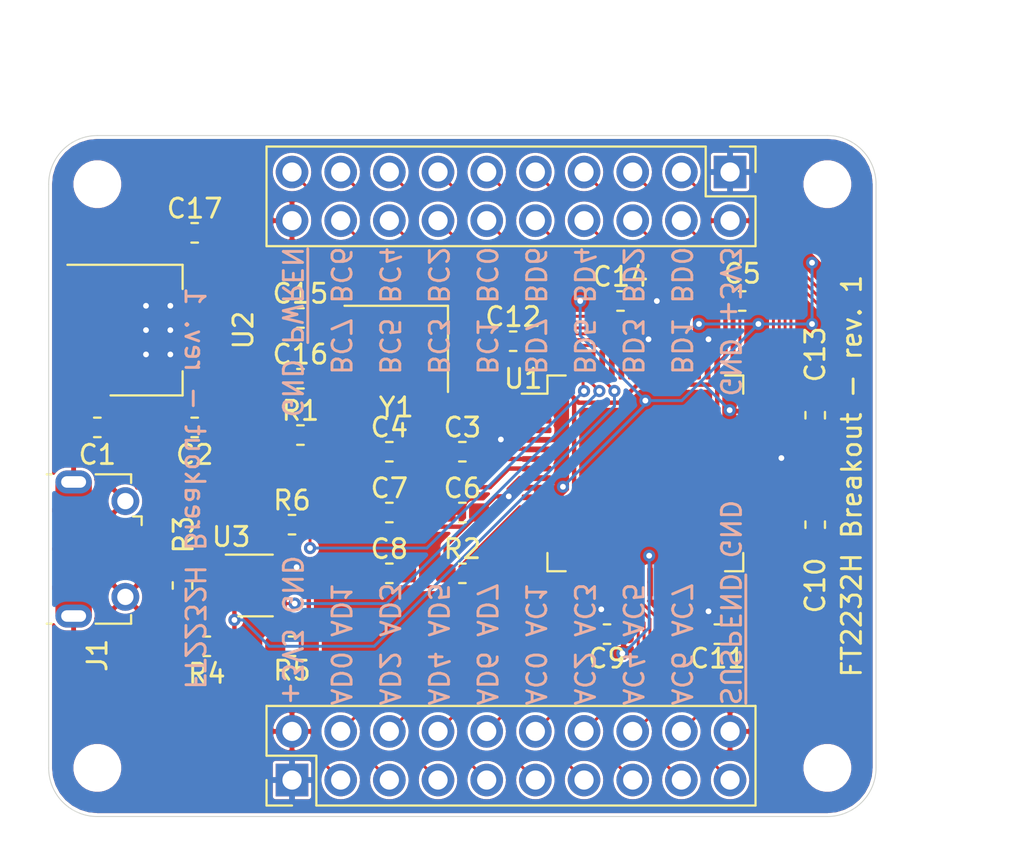
<source format=kicad_pcb>
(kicad_pcb (version 20171130) (host pcbnew 5.1.2+dfsg1-1)
  (title_block (title "FT2232H Breakout") (rev 1) (company "Lars Boegild Thomsen <lbthomsen@gmail.com>"))
  (layers (0 F.Cu signal) (31 B.Cu signal) (34 B.Paste user) (35 F.Paste user) (36 B.SilkS user) (37 F.SilkS user) (38 B.Mask user) (39 F.Mask user) (44 Edge.Cuts user))
  (net 0 "")
  (net 1 "Net-(J1-Pad3)")
  (net 2 "Net-(J1-Pad4)")
  (net 3 "Net-(J1-Pad2)")
  (net 4 GND)
  (net 5 VBUS)
  (net 6 +3V3)
  (net 7 +1V8)
  (net 8 "Net-(C15-Pad1)")
  (net 9 "Net-(C16-Pad1)")
  (net 10 "Net-(R1-Pad1)")
  (net 11 "Net-(R2-Pad1)")
  (net 12 "Net-(R3-Pad2)")
  (net 13 "Net-(R3-Pad1)")
  (net 14 "Net-(R5-Pad1)")
  (net 15 "Net-(R6-Pad1)")
  (net 16 /~SUSPEND)
  (net 17 /AC7)
  (net 18 /AC6)
  (net 19 /AC5)
  (net 20 /AC4)
  (net 21 /AC3)
  (net 22 /AC2)
  (net 23 /AC1)
  (net 24 /AC0)
  (net 25 /AD7)
  (net 26 /AD6)
  (net 27 /AD5)
  (net 28 /AD4)
  (net 29 /AD3)
  (net 30 /AD2)
  (net 31 /AD1)
  (net 32 /AD0)
  (net 33 /~PWREN)
  (net 34 /BC7)
  (net 35 /BC6)
  (net 36 /BC5)
  (net 37 /BC4)
  (net 38 /BC3)
  (net 39 /BC2)
  (net 40 /BC1)
  (net 41 /BC0)
  (net 42 /BD7)
  (net 43 /BD6)
  (net 44 /BD5)
  (net 45 /BD4)
  (net 46 /BD3)
  (net 47 /BD2)
  (net 48 /BD1)
  (net 49 /BD0)
  (module Crystal:Crystal_SMD_3225-4Pin_3.2x2.5mm_HandSoldering (layer F.Cu) (at 168 97.5 180)
    (fp_text reference Y1 (at 0 -3.05) (layer F.SilkS))
    (fp_text value 12MHz)
    (pad 4 smd rect (at -1.45 -1.15 180) (size 2.1 1.8) (layers F.Cu F.Paste F.Mask) (net 4 GND))
    (pad 3 smd rect (at 1.45 -1.15 180) (size 2.1 1.8) (layers F.Cu F.Paste F.Mask) (net 9 "Net-(C16-Pad1)"))
    (pad 2 smd rect (at 1.45 1.15 180) (size 2.1 1.8) (layers F.Cu F.Paste F.Mask) (net 4 GND))
    (pad 1 smd rect (at -1.45 1.15 180) (size 2.1 1.8) (layers F.Cu F.Paste F.Mask) (net 8 "Net-(C15-Pad1)"))
  )
  (module Capacitor_SMD:C_0603_1608Metric_Pad1.05x0.95mm_HandSolder (layer F.Cu) (at 157.48 91.44 180)
    (fp_text reference C17 (at 0 1.27) (layer F.SilkS))
    (fp_text value 4.7uF)
    (pad 2 smd roundrect (at 0.875 0 180) (size 1.05 0.95) (layers F.Cu F.Paste F.Mask) (net 4 GND))
    (pad 1 smd roundrect (at -0.875 0 180) (size 1.05 0.95) (layers F.Cu F.Paste F.Mask) (net 6 +3V3))
  )
  (module Package_TO_SOT_SMD:SOT-223-3_TabPin2 (layer F.Cu) (at 154.94 96.52)
    (fp_text reference U2 (at 5.08 0 90) (layer F.SilkS))
    (fp_text value NCP1117-3.3_SOT223)
    (pad 1 smd rect (at -3.15 -2.3) (size 2 1.5) (layers F.Cu F.Paste F.Mask) (net 4 GND))
    (pad 3 smd rect (at -3.15 2.3) (size 2 1.5) (layers F.Cu F.Paste F.Mask) (net 5 VBUS))
    (pad 2 smd rect (at -3.15 0) (size 2 1.5) (layers F.Cu F.Paste F.Mask) (net 6 +3V3))
    (pad 2 smd rect (at 3.15 0) (size 2 3.8) (layers F.Cu F.Paste F.Mask) (net 6 +3V3))
  )
  (module Resistor_SMD:R_0603_1608Metric_Pad1.05x0.95mm_HandSolder (layer F.Cu) (at 162.56 106.68 180)
    (fp_text reference R6 (at 0 1.27) (layer F.SilkS))
    (fp_text value 10k)
    (pad 2 smd roundrect (at 0.875 0 180) (size 1.05 0.95) (layers F.Cu F.Paste F.Mask) (net 6 +3V3))
    (pad 1 smd roundrect (at -0.875 0 180) (size 1.05 0.95) (layers F.Cu F.Paste F.Mask) (net 15 "Net-(R6-Pad1)"))
  )
  (module Resistor_SMD:R_0603_1608Metric_Pad1.05x0.95mm_HandSolder (layer F.Cu) (at 162.56 113.03)
    (fp_text reference R5 (at 0 1.27) (layer F.SilkS))
    (fp_text value 10k)
    (pad 2 smd roundrect (at 0.875 0) (size 1.05 0.95) (layers F.Cu F.Paste F.Mask) (net 6 +3V3))
    (pad 1 smd roundrect (at -0.875 0) (size 1.05 0.95) (layers F.Cu F.Paste F.Mask) (net 14 "Net-(R5-Pad1)"))
  )
  (module Resistor_SMD:R_0603_1608Metric_Pad1.05x0.95mm_HandSolder (layer F.Cu) (at 158.115 113.03 180)
    (fp_text reference R4 (at 0 -1.43) (layer F.SilkS))
    (fp_text value 10k)
    (pad 2 smd roundrect (at 0.875 0 180) (size 1.05 0.95) (layers F.Cu F.Paste F.Mask) (net 6 +3V3))
    (pad 1 smd roundrect (at -0.875 0 180) (size 1.05 0.95) (layers F.Cu F.Paste F.Mask) (net 12 "Net-(R3-Pad2)"))
  )
  (module Resistor_SMD:R_0603_1608Metric_Pad1.05x0.95mm_HandSolder (layer F.Cu) (at 156.845 109.855 270)
    (fp_text reference R3 (at -2.655 -0.055 90) (layer F.SilkS))
    (fp_text value 2.2k)
    (pad 2 smd roundrect (at 0.875 0 270) (size 1.05 0.95) (layers F.Cu F.Paste F.Mask) (net 12 "Net-(R3-Pad2)"))
    (pad 1 smd roundrect (at -0.875 0 270) (size 1.05 0.95) (layers F.Cu F.Paste F.Mask) (net 13 "Net-(R3-Pad1)"))
  )
  (module Package_TO_SOT_SMD:SOT-23-6 (layer F.Cu) (at 160.655 109.855)
    (fp_text reference U3 (at -1.27 -2.54) (layer F.SilkS))
    (fp_text value 93LCxxAxxOT)
    (pad 5 smd rect (at 1.1 0) (size 1.06 0.65) (layers F.Cu F.Paste F.Mask) (net 15 "Net-(R6-Pad1)"))
    (pad 6 smd rect (at 1.1 -0.95) (size 1.06 0.65) (layers F.Cu F.Paste F.Mask) (net 6 +3V3))
    (pad 4 smd rect (at 1.1 0.95) (size 1.06 0.65) (layers F.Cu F.Paste F.Mask) (net 14 "Net-(R5-Pad1)"))
    (pad 3 smd rect (at -1.1 0.95) (size 1.06 0.65) (layers F.Cu F.Paste F.Mask) (net 12 "Net-(R3-Pad2)"))
    (pad 2 smd rect (at -1.1 0) (size 1.06 0.65) (layers F.Cu F.Paste F.Mask) (net 4 GND))
    (pad 1 smd rect (at -1.1 -0.95) (size 1.06 0.65) (layers F.Cu F.Paste F.Mask) (net 13 "Net-(R3-Pad1)"))
  )
  (module Resistor_SMD:R_0603_1608Metric_Pad1.05x0.95mm_HandSolder (layer F.Cu) (at 171.45 109.22 180)
    (fp_text reference R2 (at 0 1.27) (layer F.SilkS))
    (fp_text value 1k)
    (pad 2 smd roundrect (at 0.875 0 180) (size 1.05 0.95) (layers F.Cu F.Paste F.Mask) (net 6 +3V3))
    (pad 1 smd roundrect (at -0.875 0 180) (size 1.05 0.95) (layers F.Cu F.Paste F.Mask) (net 11 "Net-(R2-Pad1)"))
  )
  (module Resistor_SMD:R_0603_1608Metric_Pad1.05x0.95mm_HandSolder (layer F.Cu) (at 163 102 180)
    (fp_text reference R1 (at 0 1.27) (layer F.SilkS))
    (fp_text value 12k)
    (pad 2 smd roundrect (at 0.875 0 180) (size 1.05 0.95) (layers F.Cu F.Paste F.Mask) (net 4 GND))
    (pad 1 smd roundrect (at -0.875 0 180) (size 1.05 0.95) (layers F.Cu F.Paste F.Mask) (net 10 "Net-(R1-Pad1)"))
  )
  (module Capacitor_SMD:C_0603_1608Metric_Pad1.05x0.95mm_HandSolder (layer F.Cu) (at 163 99.06 180)
    (fp_text reference C16 (at 0 1.27) (layer F.SilkS))
    (fp_text value 27pF)
    (pad 2 smd roundrect (at 0.875 0 180) (size 1.05 0.95) (layers F.Cu F.Paste F.Mask) (net 4 GND))
    (pad 1 smd roundrect (at -0.875 0 180) (size 1.05 0.95) (layers F.Cu F.Paste F.Mask) (net 9 "Net-(C16-Pad1)"))
  )
  (module Capacitor_SMD:C_0603_1608Metric_Pad1.05x0.95mm_HandSolder (layer F.Cu) (at 163 95.885 180)
    (fp_text reference C15 (at 0 1.27) (layer F.SilkS))
    (fp_text value 27pF)
    (pad 2 smd roundrect (at 0.875 0 180) (size 1.05 0.95) (layers F.Cu F.Paste F.Mask) (net 4 GND))
    (pad 1 smd roundrect (at -0.875 0 180) (size 1.05 0.95) (layers F.Cu F.Paste F.Mask) (net 8 "Net-(C15-Pad1)"))
  )
  (module Capacitor_SMD:C_0603_1608Metric_Pad1.05x0.95mm_HandSolder (layer F.Cu) (at 179.705 95 180)
    (fp_text reference C14 (at 0 1.27) (layer F.SilkS))
    (fp_text value 0.1uF)
    (pad 2 smd roundrect (at 0.875 0 180) (size 1.05 0.95) (layers F.Cu F.Paste F.Mask) (net 4 GND))
    (pad 1 smd roundrect (at -0.875 0 180) (size 1.05 0.95) (layers F.Cu F.Paste F.Mask) (net 6 +3V3))
  )
  (module Capacitor_SMD:C_0603_1608Metric_Pad1.05x0.95mm_HandSolder (layer F.Cu) (at 189.865 100.965 90)
    (fp_text reference C13 (at 3.175 0 90) (layer F.SilkS))
    (fp_text value 0.1uF)
    (pad 2 smd roundrect (at 0.875 0 90) (size 1.05 0.95) (layers F.Cu F.Paste F.Mask) (net 4 GND))
    (pad 1 smd roundrect (at -0.875 0 90) (size 1.05 0.95) (layers F.Cu F.Paste F.Mask) (net 6 +3V3))
  )
  (module Capacitor_SMD:C_0603_1608Metric_Pad1.05x0.95mm_HandSolder (layer F.Cu) (at 174.1 97.1 180)
    (fp_text reference C12 (at 0 1.27) (layer F.SilkS))
    (fp_text value 0.1uF)
    (pad 2 smd roundrect (at 0.875 0 180) (size 1.05 0.95) (layers F.Cu F.Paste F.Mask) (net 4 GND))
    (pad 1 smd roundrect (at -0.875 0 180) (size 1.05 0.95) (layers F.Cu F.Paste F.Mask) (net 7 +1V8))
  )
  (module Capacitor_SMD:C_0603_1608Metric_Pad1.05x0.95mm_HandSolder (layer F.Cu) (at 184.785 112.395)
    (fp_text reference C11 (at 0 1.27) (layer F.SilkS))
    (fp_text value 0.1uF)
    (pad 2 smd roundrect (at 0.875 0) (size 1.05 0.95) (layers F.Cu F.Paste F.Mask) (net 4 GND))
    (pad 1 smd roundrect (at -0.875 0) (size 1.05 0.95) (layers F.Cu F.Paste F.Mask) (net 6 +3V3))
  )
  (module Capacitor_SMD:C_0603_1608Metric_Pad1.05x0.95mm_HandSolder (layer F.Cu) (at 189.865 106.68 270)
    (fp_text reference C10 (at 3.175 0 90) (layer F.SilkS))
    (fp_text value 0.1uF)
    (pad 2 smd roundrect (at 0.875 0 270) (size 1.05 0.95) (layers F.Cu F.Paste F.Mask) (net 4 GND))
    (pad 1 smd roundrect (at -0.875 0 270) (size 1.05 0.95) (layers F.Cu F.Paste F.Mask) (net 7 +1V8))
  )
  (module Capacitor_SMD:C_0603_1608Metric_Pad1.05x0.95mm_HandSolder (layer F.Cu) (at 179 112.395)
    (fp_text reference C9 (at 0 1.27) (layer F.SilkS))
    (fp_text value 0.1uF)
    (pad 2 smd roundrect (at 0.875 0) (size 1.05 0.95) (layers F.Cu F.Paste F.Mask) (net 4 GND))
    (pad 1 smd roundrect (at -0.875 0) (size 1.05 0.95) (layers F.Cu F.Paste F.Mask) (net 6 +3V3))
  )
  (module Capacitor_SMD:C_0603_1608Metric_Pad1.05x0.95mm_HandSolder (layer F.Cu) (at 167.64 109.22 180)
    (fp_text reference C8 (at 0 1.27) (layer F.SilkS))
    (fp_text value 0.1uF)
    (pad 2 smd roundrect (at 0.875 0 180) (size 1.05 0.95) (layers F.Cu F.Paste F.Mask) (net 4 GND))
    (pad 1 smd roundrect (at -0.875 0 180) (size 1.05 0.95) (layers F.Cu F.Paste F.Mask) (net 7 +1V8))
  )
  (module Capacitor_SMD:C_0603_1608Metric_Pad1.05x0.95mm_HandSolder (layer F.Cu) (at 167.64 106.045 180)
    (fp_text reference C7 (at 0 1.27) (layer F.SilkS))
    (fp_text value 0.1uF)
    (pad 2 smd roundrect (at 0.875 0 180) (size 1.05 0.95) (layers F.Cu F.Paste F.Mask) (net 4 GND))
    (pad 1 smd roundrect (at -0.875 0 180) (size 1.05 0.95) (layers F.Cu F.Paste F.Mask) (net 6 +3V3))
  )
  (module Capacitor_SMD:C_0603_1608Metric_Pad1.05x0.95mm_HandSolder (layer F.Cu) (at 171.45 106.045 180)
    (fp_text reference C6 (at 0 1.27) (layer F.SilkS))
    (fp_text value 4.7uF)
    (pad 2 smd roundrect (at 0.875 0 180) (size 1.05 0.95) (layers F.Cu F.Paste F.Mask) (net 4 GND))
    (pad 1 smd roundrect (at -0.875 0 180) (size 1.05 0.95) (layers F.Cu F.Paste F.Mask) (net 6 +3V3))
  )
  (module Capacitor_SMD:C_0603_1608Metric_Pad1.05x0.95mm_HandSolder (layer F.Cu) (at 186.055 95)
    (fp_text reference C5 (at 0 -1.43) (layer F.SilkS))
    (fp_text value 4.7uF)
    (pad 2 smd roundrect (at 0.875 0) (size 1.05 0.95) (layers F.Cu F.Paste F.Mask) (net 4 GND))
    (pad 1 smd roundrect (at -0.875 0) (size 1.05 0.95) (layers F.Cu F.Paste F.Mask) (net 7 +1V8))
  )
  (module Capacitor_SMD:C_0603_1608Metric_Pad1.05x0.95mm_HandSolder (layer F.Cu) (at 167.64 102.87 180)
    (fp_text reference C4 (at 0 1.27) (layer F.SilkS))
    (fp_text value 0.1uF)
    (pad 2 smd roundrect (at 0.875 0 180) (size 1.05 0.95) (layers F.Cu F.Paste F.Mask) (net 4 GND))
    (pad 1 smd roundrect (at -0.875 0 180) (size 1.05 0.95) (layers F.Cu F.Paste F.Mask) (net 6 +3V3))
  )
  (module Capacitor_SMD:C_0603_1608Metric_Pad1.05x0.95mm_HandSolder (layer F.Cu) (at 171.45 102.87 180)
    (fp_text reference C3 (at 0 1.27) (layer F.SilkS))
    (fp_text value 4.7uF)
    (pad 2 smd roundrect (at 0.875 0 180) (size 1.05 0.95) (layers F.Cu F.Paste F.Mask) (net 4 GND))
    (pad 1 smd roundrect (at -0.875 0 180) (size 1.05 0.95) (layers F.Cu F.Paste F.Mask) (net 6 +3V3))
  )
  (module Capacitor_SMD:C_0603_1608Metric_Pad1.05x0.95mm_HandSolder (layer F.Cu) (at 157.48 101.6 180)
    (fp_text reference C2 (at 0 -1.43) (layer F.SilkS))
    (fp_text value 0.1uF)
    (pad 2 smd roundrect (at 0.875 0 180) (size 1.05 0.95) (layers F.Cu F.Paste F.Mask) (net 4 GND))
    (pad 1 smd roundrect (at -0.875 0 180) (size 1.05 0.95) (layers F.Cu F.Paste F.Mask) (net 6 +3V3))
  )
  (module Capacitor_SMD:C_0603_1608Metric_Pad1.05x0.95mm_HandSolder (layer F.Cu) (at 152.4 101.6 180)
    (fp_text reference C1 (at 0 -1.43) (layer F.SilkS))
    (fp_text value 0.1uF)
    (pad 2 smd roundrect (at 0.875 0 180) (size 1.05 0.95) (layers F.Cu F.Paste F.Mask) (net 4 GND))
    (pad 1 smd roundrect (at -0.875 0 180) (size 1.05 0.95) (layers F.Cu F.Paste F.Mask) (net 5 VBUS))
  )
  (module MountingHole:MountingHole_2.2mm_M2 (layer F.Cu) (at 152.4 88.9)
    (fp_text reference H4 hide)
    (fp_text value M2 hide)
    (pad 1 np_thru_hole circle (at 0 0) (size 2.2 2.2) (drill 2.2) (layers *.Cu *.Mask))
  )
  (module MountingHole:MountingHole_2.2mm_M2 (layer F.Cu) (at 190.5 88.9)
    (fp_text reference H3 hide)
    (fp_text value M2 hide)
    (pad 1 np_thru_hole circle (at 0 0) (size 2.2 2.2) (drill 2.2) (layers *.Cu *.Mask))
  )
  (module MountingHole:MountingHole_2.2mm_M2 (layer F.Cu) (at 190.5 119.38)
    (fp_text reference H2 hide)
    (fp_text value M2 hide)
    (pad 1 np_thru_hole circle (at 0 0) (size 2.2 2.2) (drill 2.2) (layers *.Cu *.Mask))
  )
  (module MountingHole:MountingHole_2.2mm_M2 (layer F.Cu) (at 152.4 119.38)
    (fp_text reference H1 hide)
    (fp_text value M2 hide)
    (pad 1 np_thru_hole circle (at 0 0) (size 2.2 2.2) (drill 2.2) (layers *.Cu *.Mask))
  )
  (module Connector_PinHeader_2.54mm:PinHeader_2x10_P2.54mm_Vertical (layer F.Cu) (at 185.42 88.265 270)
    (fp_text reference J3 hide)
    (fp_text value Conn_01x20)
    (pad 20 thru_hole oval (at 2.54 22.86 270) (size 1.7 1.7) (drill 1) (layers *.Cu *.Mask) (net 4 GND))
    (pad 19 thru_hole oval (at 0 22.86 270) (size 1.7 1.7) (drill 1) (layers *.Cu *.Mask) (net 33 /~PWREN))
    (pad 18 thru_hole oval (at 2.54 20.32 270) (size 1.7 1.7) (drill 1) (layers *.Cu *.Mask) (net 34 /BC7))
    (pad 17 thru_hole oval (at 0 20.32 270) (size 1.7 1.7) (drill 1) (layers *.Cu *.Mask) (net 35 /BC6))
    (pad 16 thru_hole oval (at 2.54 17.78 270) (size 1.7 1.7) (drill 1) (layers *.Cu *.Mask) (net 36 /BC5))
    (pad 15 thru_hole oval (at 0 17.78 270) (size 1.7 1.7) (drill 1) (layers *.Cu *.Mask) (net 37 /BC4))
    (pad 14 thru_hole oval (at 2.54 15.24 270) (size 1.7 1.7) (drill 1) (layers *.Cu *.Mask) (net 38 /BC3))
    (pad 13 thru_hole oval (at 0 15.24 270) (size 1.7 1.7) (drill 1) (layers *.Cu *.Mask) (net 39 /BC2))
    (pad 12 thru_hole oval (at 2.54 12.7 270) (size 1.7 1.7) (drill 1) (layers *.Cu *.Mask) (net 40 /BC1))
    (pad 11 thru_hole oval (at 0 12.7 270) (size 1.7 1.7) (drill 1) (layers *.Cu *.Mask) (net 41 /BC0))
    (pad 10 thru_hole oval (at 2.54 10.16 270) (size 1.7 1.7) (drill 1) (layers *.Cu *.Mask) (net 42 /BD7))
    (pad 9 thru_hole oval (at 0 10.16 270) (size 1.7 1.7) (drill 1) (layers *.Cu *.Mask) (net 43 /BD6))
    (pad 8 thru_hole oval (at 2.54 7.62 270) (size 1.7 1.7) (drill 1) (layers *.Cu *.Mask) (net 44 /BD5))
    (pad 7 thru_hole oval (at 0 7.62 270) (size 1.7 1.7) (drill 1) (layers *.Cu *.Mask) (net 45 /BD4))
    (pad 6 thru_hole oval (at 2.54 5.08 270) (size 1.7 1.7) (drill 1) (layers *.Cu *.Mask) (net 46 /BD3))
    (pad 5 thru_hole oval (at 0 5.08 270) (size 1.7 1.7) (drill 1) (layers *.Cu *.Mask) (net 47 /BD2))
    (pad 4 thru_hole oval (at 2.54 2.54 270) (size 1.7 1.7) (drill 1) (layers *.Cu *.Mask) (net 48 /BD1))
    (pad 3 thru_hole oval (at 0 2.54 270) (size 1.7 1.7) (drill 1) (layers *.Cu *.Mask) (net 49 /BD0))
    (pad 2 thru_hole oval (at 2.54 0 270) (size 1.7 1.7) (drill 1) (layers *.Cu *.Mask) (net 4 GND))
    (pad 1 thru_hole rect (at 0 0 270) (size 1.7 1.7) (drill 1) (layers *.Cu *.Mask) (net 6 +3V3))
  )
  (module Connector_PinHeader_2.54mm:PinHeader_2x10_P2.54mm_Vertical (layer F.Cu) (at 162.56 120.015 90)
    (fp_text reference J2 hide)
    (fp_text value Conn_01x20)
    (pad 20 thru_hole oval (at 2.54 22.86 90) (size 1.7 1.7) (drill 1) (layers *.Cu *.Mask) (net 4 GND))
    (pad 19 thru_hole oval (at 0 22.86 90) (size 1.7 1.7) (drill 1) (layers *.Cu *.Mask) (net 16 /~SUSPEND))
    (pad 18 thru_hole oval (at 2.54 20.32 90) (size 1.7 1.7) (drill 1) (layers *.Cu *.Mask) (net 17 /AC7))
    (pad 17 thru_hole oval (at 0 20.32 90) (size 1.7 1.7) (drill 1) (layers *.Cu *.Mask) (net 18 /AC6))
    (pad 16 thru_hole oval (at 2.54 17.78 90) (size 1.7 1.7) (drill 1) (layers *.Cu *.Mask) (net 19 /AC5))
    (pad 15 thru_hole oval (at 0 17.78 90) (size 1.7 1.7) (drill 1) (layers *.Cu *.Mask) (net 20 /AC4))
    (pad 14 thru_hole oval (at 2.54 15.24 90) (size 1.7 1.7) (drill 1) (layers *.Cu *.Mask) (net 21 /AC3))
    (pad 13 thru_hole oval (at 0 15.24 90) (size 1.7 1.7) (drill 1) (layers *.Cu *.Mask) (net 22 /AC2))
    (pad 12 thru_hole oval (at 2.54 12.7 90) (size 1.7 1.7) (drill 1) (layers *.Cu *.Mask) (net 23 /AC1))
    (pad 11 thru_hole oval (at 0 12.7 90) (size 1.7 1.7) (drill 1) (layers *.Cu *.Mask) (net 24 /AC0))
    (pad 10 thru_hole oval (at 2.54 10.16 90) (size 1.7 1.7) (drill 1) (layers *.Cu *.Mask) (net 25 /AD7))
    (pad 9 thru_hole oval (at 0 10.16 90) (size 1.7 1.7) (drill 1) (layers *.Cu *.Mask) (net 26 /AD6))
    (pad 8 thru_hole oval (at 2.54 7.62 90) (size 1.7 1.7) (drill 1) (layers *.Cu *.Mask) (net 27 /AD5))
    (pad 7 thru_hole oval (at 0 7.62 90) (size 1.7 1.7) (drill 1) (layers *.Cu *.Mask) (net 28 /AD4))
    (pad 6 thru_hole oval (at 2.54 5.08 90) (size 1.7 1.7) (drill 1) (layers *.Cu *.Mask) (net 29 /AD3))
    (pad 5 thru_hole oval (at 0 5.08 90) (size 1.7 1.7) (drill 1) (layers *.Cu *.Mask) (net 30 /AD2))
    (pad 4 thru_hole oval (at 2.54 2.54 90) (size 1.7 1.7) (drill 1) (layers *.Cu *.Mask) (net 31 /AD1))
    (pad 3 thru_hole oval (at 0 2.54 90) (size 1.7 1.7) (drill 1) (layers *.Cu *.Mask) (net 32 /AD0))
    (pad 2 thru_hole oval (at 2.54 0 90) (size 1.7 1.7) (drill 1) (layers *.Cu *.Mask) (net 4 GND))
    (pad 1 thru_hole rect (at 0 0 90) (size 1.7 1.7) (drill 1) (layers *.Cu *.Mask) (net 6 +3V3))
  )
  (module Package_QFP:LQFP-64_10x10mm_P0.5mm (layer F.Cu) (at 181 104)
    (fp_text reference U1 (at -6.375 -4.94) (layer F.SilkS))
    (fp_text value FT2232H)
    (pad 64 smd roundrect (at -3.75 -5.675) (size 0.3 1.55) (layers F.Cu F.Paste F.Mask) (net 7 +1V8))
    (pad 63 smd roundrect (at -3.25 -5.675) (size 0.3 1.55) (layers F.Cu F.Paste F.Mask) (net 15 "Net-(R6-Pad1)"))
    (pad 62 smd roundrect (at -2.75 -5.675) (size 0.3 1.55) (layers F.Cu F.Paste F.Mask) (net 14 "Net-(R5-Pad1)"))
    (pad 61 smd roundrect (at -2.25 -5.675) (size 0.3 1.55) (layers F.Cu F.Paste F.Mask) (net 12 "Net-(R3-Pad2)"))
    (pad 60 smd roundrect (at -1.75 -5.675) (size 0.3 1.55) (layers F.Cu F.Paste F.Mask) (net 33 /~PWREN))
    (pad 59 smd roundrect (at -1.25 -5.675) (size 0.3 1.55) (layers F.Cu F.Paste F.Mask) (net 34 /BC7))
    (pad 58 smd roundrect (at -0.75 -5.675) (size 0.3 1.55) (layers F.Cu F.Paste F.Mask) (net 35 /BC6))
    (pad 57 smd roundrect (at -0.25 -5.675) (size 0.3 1.55) (layers F.Cu F.Paste F.Mask) (net 36 /BC5))
    (pad 56 smd roundrect (at 0.25 -5.675) (size 0.3 1.55) (layers F.Cu F.Paste F.Mask) (net 6 +3V3))
    (pad 55 smd roundrect (at 0.75 -5.675) (size 0.3 1.55) (layers F.Cu F.Paste F.Mask) (net 37 /BC4))
    (pad 54 smd roundrect (at 1.25 -5.675) (size 0.3 1.55) (layers F.Cu F.Paste F.Mask) (net 38 /BC3))
    (pad 53 smd roundrect (at 1.75 -5.675) (size 0.3 1.55) (layers F.Cu F.Paste F.Mask) (net 39 /BC2))
    (pad 52 smd roundrect (at 2.25 -5.675) (size 0.3 1.55) (layers F.Cu F.Paste F.Mask) (net 40 /BC1))
    (pad 51 smd roundrect (at 2.75 -5.675) (size 0.3 1.55) (layers F.Cu F.Paste F.Mask) (net 4 GND))
    (pad 50 smd roundrect (at 3.25 -5.675) (size 0.3 1.55) (layers F.Cu F.Paste F.Mask) (net 6 +3V3))
    (pad 49 smd roundrect (at 3.75 -5.675) (size 0.3 1.55) (layers F.Cu F.Paste F.Mask) (net 7 +1V8))
    (pad 48 smd roundrect (at 5.675 -3.75) (size 1.55 0.3) (layers F.Cu F.Paste F.Mask) (net 41 /BC0))
    (pad 47 smd roundrect (at 5.675 -3.25) (size 1.55 0.3) (layers F.Cu F.Paste F.Mask) (net 4 GND))
    (pad 46 smd roundrect (at 5.675 -2.75) (size 1.55 0.3) (layers F.Cu F.Paste F.Mask) (net 42 /BD7))
    (pad 45 smd roundrect (at 5.675 -2.25) (size 1.55 0.3) (layers F.Cu F.Paste F.Mask) (net 43 /BD6))
    (pad 44 smd roundrect (at 5.675 -1.75) (size 1.55 0.3) (layers F.Cu F.Paste F.Mask) (net 44 /BD5))
    (pad 43 smd roundrect (at 5.675 -1.25) (size 1.55 0.3) (layers F.Cu F.Paste F.Mask) (net 45 /BD4))
    (pad 42 smd roundrect (at 5.675 -0.75) (size 1.55 0.3) (layers F.Cu F.Paste F.Mask) (net 6 +3V3))
    (pad 41 smd roundrect (at 5.675 -0.25) (size 1.55 0.3) (layers F.Cu F.Paste F.Mask) (net 46 /BD3))
    (pad 40 smd roundrect (at 5.675 0.25) (size 1.55 0.3) (layers F.Cu F.Paste F.Mask) (net 47 /BD2))
    (pad 39 smd roundrect (at 5.675 0.75) (size 1.55 0.3) (layers F.Cu F.Paste F.Mask) (net 48 /BD1))
    (pad 38 smd roundrect (at 5.675 1.25) (size 1.55 0.3) (layers F.Cu F.Paste F.Mask) (net 49 /BD0))
    (pad 37 smd roundrect (at 5.675 1.75) (size 1.55 0.3) (layers F.Cu F.Paste F.Mask) (net 7 +1V8))
    (pad 36 smd roundrect (at 5.675 2.25) (size 1.55 0.3) (layers F.Cu F.Paste F.Mask) (net 16 /~SUSPEND))
    (pad 35 smd roundrect (at 5.675 2.75) (size 1.55 0.3) (layers F.Cu F.Paste F.Mask) (net 4 GND))
    (pad 34 smd roundrect (at 5.675 3.25) (size 1.55 0.3) (layers F.Cu F.Paste F.Mask) (net 17 /AC7))
    (pad 33 smd roundrect (at 5.675 3.75) (size 1.55 0.3) (layers F.Cu F.Paste F.Mask) (net 18 /AC6))
    (pad 32 smd roundrect (at 3.75 5.675) (size 0.3 1.55) (layers F.Cu F.Paste F.Mask) (net 19 /AC5))
    (pad 31 smd roundrect (at 3.25 5.675) (size 0.3 1.55) (layers F.Cu F.Paste F.Mask) (net 6 +3V3))
    (pad 30 smd roundrect (at 2.75 5.675) (size 0.3 1.55) (layers F.Cu F.Paste F.Mask) (net 20 /AC4))
    (pad 29 smd roundrect (at 2.25 5.675) (size 0.3 1.55) (layers F.Cu F.Paste F.Mask) (net 21 /AC3))
    (pad 28 smd roundrect (at 1.75 5.675) (size 0.3 1.55) (layers F.Cu F.Paste F.Mask) (net 22 /AC2))
    (pad 27 smd roundrect (at 1.25 5.675) (size 0.3 1.55) (layers F.Cu F.Paste F.Mask) (net 23 /AC1))
    (pad 26 smd roundrect (at 0.75 5.675) (size 0.3 1.55) (layers F.Cu F.Paste F.Mask) (net 24 /AC0))
    (pad 25 smd roundrect (at 0.25 5.675) (size 0.3 1.55) (layers F.Cu F.Paste F.Mask) (net 4 GND))
    (pad 24 smd roundrect (at -0.25 5.675) (size 0.3 1.55) (layers F.Cu F.Paste F.Mask) (net 25 /AD7))
    (pad 23 smd roundrect (at -0.75 5.675) (size 0.3 1.55) (layers F.Cu F.Paste F.Mask) (net 26 /AD6))
    (pad 22 smd roundrect (at -1.25 5.675) (size 0.3 1.55) (layers F.Cu F.Paste F.Mask) (net 27 /AD5))
    (pad 21 smd roundrect (at -1.75 5.675) (size 0.3 1.55) (layers F.Cu F.Paste F.Mask) (net 28 /AD4))
    (pad 20 smd roundrect (at -2.25 5.675) (size 0.3 1.55) (layers F.Cu F.Paste F.Mask) (net 6 +3V3))
    (pad 19 smd roundrect (at -2.75 5.675) (size 0.3 1.55) (layers F.Cu F.Paste F.Mask) (net 29 /AD3))
    (pad 18 smd roundrect (at -3.25 5.675) (size 0.3 1.55) (layers F.Cu F.Paste F.Mask) (net 30 /AD2))
    (pad 17 smd roundrect (at -3.75 5.675) (size 0.3 1.55) (layers F.Cu F.Paste F.Mask) (net 31 /AD1))
    (pad 16 smd roundrect (at -5.675 3.75) (size 1.55 0.3) (layers F.Cu F.Paste F.Mask) (net 32 /AD0))
    (pad 15 smd roundrect (at -5.675 3.25) (size 1.55 0.3) (layers F.Cu F.Paste F.Mask) (net 4 GND))
    (pad 14 smd roundrect (at -5.675 2.75) (size 1.55 0.3) (layers F.Cu F.Paste F.Mask) (net 11 "Net-(R2-Pad1)"))
    (pad 13 smd roundrect (at -5.675 2.25) (size 1.55 0.3) (layers F.Cu F.Paste F.Mask) (net 4 GND))
    (pad 12 smd roundrect (at -5.675 1.75) (size 1.55 0.3) (layers F.Cu F.Paste F.Mask) (net 7 +1V8))
    (pad 11 smd roundrect (at -5.675 1.25) (size 1.55 0.3) (layers F.Cu F.Paste F.Mask) (net 4 GND))
    (pad 10 smd roundrect (at -5.675 0.75) (size 1.55 0.3) (layers F.Cu F.Paste F.Mask) (net 4 GND))
    (pad 9 smd roundrect (at -5.675 0.25) (size 1.55 0.3) (layers F.Cu F.Paste F.Mask) (net 6 +3V3))
    (pad 8 smd roundrect (at -5.675 -0.25) (size 1.55 0.3) (layers F.Cu F.Paste F.Mask) (net 1 "Net-(J1-Pad3)"))
    (pad 7 smd roundrect (at -5.675 -0.75) (size 1.55 0.3) (layers F.Cu F.Paste F.Mask) (net 3 "Net-(J1-Pad2)"))
    (pad 6 smd roundrect (at -5.675 -1.25) (size 1.55 0.3) (layers F.Cu F.Paste F.Mask) (net 10 "Net-(R1-Pad1)"))
    (pad 5 smd roundrect (at -5.675 -1.75) (size 1.55 0.3) (layers F.Cu F.Paste F.Mask) (net 4 GND))
    (pad 4 smd roundrect (at -5.675 -2.25) (size 1.55 0.3) (layers F.Cu F.Paste F.Mask) (net 6 +3V3))
    (pad 3 smd roundrect (at -5.675 -2.75) (size 1.55 0.3) (layers F.Cu F.Paste F.Mask) (net 9 "Net-(C16-Pad1)"))
    (pad 2 smd roundrect (at -5.675 -3.25) (size 1.55 0.3) (layers F.Cu F.Paste F.Mask) (net 8 "Net-(C15-Pad1)"))
    (pad 1 smd roundrect (at -5.675 -3.75) (size 1.55 0.3) (layers F.Cu F.Paste F.Mask) (net 4 GND))
  )
  (module Connector_USB:USB_Micro-B_Molex-105017-0001 (layer F.Cu) (at 152.4 107.95 270)
    (fp_text reference J1 (at 5.55 0 90) (layer F.SilkS))
    (fp_text value USB_B_Micro)
    (pad 6 smd rect (at -2.9 1.2375 270) (size 1.2 1.9) (layers F.Cu F.Mask) (net 4 GND))
    (pad 6 smd rect (at 2.9 1.2375 270) (size 1.2 1.9) (layers F.Cu F.Mask) (net 4 GND))
    (pad 6 thru_hole oval (at 3.5 1.2375 270) (size 1.2 1.9) (drill oval 0.6 1.3) (layers *.Cu *.Mask) (net 4 GND))
    (pad 6 thru_hole oval (at -3.5 1.2375 90) (size 1.2 1.9) (drill oval 0.6 1.3) (layers *.Cu *.Mask) (net 4 GND))
    (pad 6 smd rect (at -1 1.2375 270) (size 1.5 1.9) (layers F.Cu F.Paste F.Mask) (net 4 GND))
    (pad 6 thru_hole circle (at 2.5 -1.4625 270) (size 1.45 1.45) (drill 0.85) (layers *.Cu *.Mask) (net 4 GND))
    (pad 3 smd rect (at 0 -1.4625 270) (size 0.4 1.35) (layers F.Cu F.Paste F.Mask) (net 1 "Net-(J1-Pad3)"))
    (pad 4 smd rect (at 0.65 -1.4625 270) (size 0.4 1.35) (layers F.Cu F.Paste F.Mask) (net 2 "Net-(J1-Pad4)"))
    (pad 5 smd rect (at 1.3 -1.4625 270) (size 0.4 1.35) (layers F.Cu F.Paste F.Mask) (net 4 GND))
    (pad 1 smd rect (at -1.3 -1.4625 270) (size 0.4 1.35) (layers F.Cu F.Paste F.Mask) (net 5 VBUS))
    (pad 2 smd rect (at -0.65 -1.4625 270) (size 0.4 1.35) (layers F.Cu F.Paste F.Mask) (net 3 "Net-(J1-Pad2)"))
    (pad 6 thru_hole circle (at -2.5 -1.4625 270) (size 1.45 1.45) (drill 0.85) (layers *.Cu *.Mask) (net 4 GND))
    (pad 6 smd rect (at 1 1.2375 270) (size 1.5 1.9) (layers F.Cu F.Paste F.Mask) (net 4 GND))
  )
  (gr_text "FT2232H Breakout - rev. 1" (at 191.77 104.14 90) (layer F.SilkS) (effects (font (size 1 1))))
  (gr_text "FT2232H Breakout - rev. 1" (at 157.48 104.775 270) (layer B.SilkS) (effects (font (size 1 1)) (justify mirror)))
  (gr_text "GND ~PWREN~" (at 162.56 92.075 270) (layer B.SilkS) (effects (font (size 1 1)) (justify right mirror)))
  (gr_text "BC7 BC6" (at 165.1 92.075 270) (layer B.SilkS) (effects (font (size 1 1)) (justify right mirror)))
  (gr_text "BC5 BC4" (at 167.64 92.075 270) (layer B.SilkS) (effects (font (size 1 1)) (justify right mirror)))
  (gr_text "BC3 BC2" (at 170.18 92.075 270) (layer B.SilkS) (effects (font (size 1 1)) (justify right mirror)))
  (gr_text "BC1 BC0" (at 172.72 92.075 270) (layer B.SilkS) (effects (font (size 1 1)) (justify right mirror)))
  (gr_text "BD7 BD6" (at 175.26 92.075 270) (layer B.SilkS) (effects (font (size 1 1)) (justify right mirror)))
  (gr_text "BD5 BD4" (at 177.8 92.075 270) (layer B.SilkS) (effects (font (size 1 1)) (justify right mirror)))
  (gr_text "BD3 BD2" (at 180.34 92.075 270) (layer B.SilkS) (effects (font (size 1 1)) (justify right mirror)))
  (gr_text "BD1 BD0" (at 182.88 92.075 270) (layer B.SilkS) (effects (font (size 1 1)) (justify right mirror)))
  (gr_text "GND +3V3" (at 185.42 92.075 270) (layer B.SilkS) (effects (font (size 1 1)) (justify right mirror)))
  (gr_text "+3V3 GND" (at 162.56 116.205 270) (layer B.SilkS) (effects (font (size 1 1)) (justify left mirror)))
  (gr_text "AD0 AD1" (at 165.1 116.205 270) (layer B.SilkS) (effects (font (size 1 1)) (justify left mirror)))
  (gr_text "AD2 AD3" (at 167.64 116.205 270) (layer B.SilkS) (effects (font (size 1 1)) (justify left mirror)))
  (gr_text "AD4 AD5" (at 170.18 116.205 270) (layer B.SilkS) (effects (font (size 1 1)) (justify left mirror)))
  (gr_text "AD6 AD7" (at 172.72 116.205 270) (layer B.SilkS) (effects (font (size 1 1)) (justify left mirror)))
  (gr_text "AC0 AC1" (at 175.26 116.205 270) (layer B.SilkS) (effects (font (size 1 1)) (justify left mirror)))
  (gr_text "AC2 AC3" (at 177.8 116.205 270) (layer B.SilkS) (effects (font (size 1 1)) (justify left mirror)))
  (gr_text "AC4 AC5" (at 180.34 116.205 270) (layer B.SilkS) (effects (font (size 1 1)) (justify left mirror)))
  (gr_text "AC6 AC7" (at 182.88 116.205 270) (layer B.SilkS) (effects (font (size 1 1)) (justify left mirror)))
  (gr_text "~SUSPEND~ GND" (at 185.42 116.205 270) (layer B.SilkS) (effects (font (size 1 1)) (justify left mirror)))
  (gr_arc (start 190.5 88.9) (end 193.04 88.9) (angle -90) (layer Edge.Cuts) (width 0.05))
  (gr_arc (start 190.5 119.38) (end 190.5 121.92) (angle -90) (layer Edge.Cuts) (width 0.05))
  (gr_arc (start 152.4 119.38) (end 149.86 119.38) (angle -90) (layer Edge.Cuts) (width 0.05))
  (gr_arc (start 152.4 88.9) (end 152.4 86.36) (angle -90) (layer Edge.Cuts) (width 0.05))
  (gr_line (start 190.5 121.92) (end 152.4 121.92) (layer Edge.Cuts) (width 0.05))
  (gr_line (start 193.04 88.9) (end 193.04 119.38) (layer Edge.Cuts) (width 0.05))
  (gr_line (start 152.4 86.36) (end 190.5 86.36) (layer Edge.Cuts) (width 0.05))
  (gr_line (start 149.86 119.38) (end 149.86 88.9) (layer Edge.Cuts) (width 0.05))
  (segment (start 173.862899 103.75) (end 172.888977 104.723922) (width 0.2286) (layer F.Cu) (net 1))
  (segment (start 154.7661 107.95) (end 153.8625 107.95) (width 0.2286) (layer F.Cu) (net 1))
  (segment (start 172.888977 104.723922) (end 157.992178 104.723922) (width 0.2286) (layer F.Cu) (net 1))
  (segment (start 157.992178 104.723922) (end 154.7661 107.95) (width 0.2286) (layer F.Cu) (net 1))
  (segment (start 175.325 103.75) (end 173.862899 103.75) (width 0.2286) (layer F.Cu) (net 1))
  (segment (start 154.7661 107.3) (end 157.723189 104.342911) (width 0.2286) (layer F.Cu) (net 3))
  (segment (start 157.723189 104.342911) (end 172.52122 104.342911) (width 0.2286) (layer F.Cu) (net 3))
  (segment (start 174.45 103.25) (end 175.325 103.25) (width 0.2286) (layer F.Cu) (net 3))
  (segment (start 173.614131 103.25) (end 174.45 103.25) (width 0.2286) (layer F.Cu) (net 3))
  (segment (start 153.8625 107.3) (end 154.7661 107.3) (width 0.2286) (layer F.Cu) (net 3))
  (segment (start 172.52122 104.342911) (end 173.614131 103.25) (width 0.2286) (layer F.Cu) (net 3))
  (via (at 181.2 108.3) (size 0.635) (drill 0.3) (layers F.Cu B.Cu) (net 4))
  (segment (start 181.25 109.675) (end 181.25 108.35) (width 0.1524) (layer F.Cu) (net 4))
  (segment (start 181.25 108.35) (end 181.2 108.3) (width 0.1524) (layer F.Cu) (net 4))
  (segment (start 181.2 112.060103) (end 179.860103 113.4) (width 0.1524) (layer B.Cu) (net 4))
  (segment (start 179.860103 113.4) (end 179.8 113.4) (width 0.1524) (layer B.Cu) (net 4))
  (segment (start 181.2 108.3) (end 181.2 112.060103) (width 0.1524) (layer B.Cu) (net 4))
  (via (at 179.8 113.4) (size 0.635) (drill 0.3) (layers F.Cu B.Cu) (net 4))
  (segment (start 179.8 112.47) (end 179.875 112.395) (width 0.1524) (layer F.Cu) (net 4))
  (segment (start 179.8 113.4) (end 179.8 112.47) (width 0.1524) (layer F.Cu) (net 4))
  (via (at 177.6 95) (size 0.635) (drill 0.3) (layers F.Cu B.Cu) (net 4))
  (segment (start 178.83 95) (end 177.6 95) (width 0.1524) (layer F.Cu) (net 4))
  (via (at 181 100.2) (size 0.635) (drill 0.3) (layers F.Cu B.Cu) (net 4))
  (segment (start 177.6 95) (end 177.6 96.8) (width 0.1524) (layer B.Cu) (net 4))
  (segment (start 177.6 96.8) (end 181 100.2) (width 0.1524) (layer B.Cu) (net 4))
  (via (at 186.9 96.2) (size 0.635) (drill 0.3) (layers F.Cu B.Cu) (net 4))
  (segment (start 186.93 95) (end 186.93 96.17) (width 0.1524) (layer F.Cu) (net 4))
  (segment (start 186.93 96.17) (end 186.9 96.2) (width 0.1524) (layer F.Cu) (net 4))
  (segment (start 181 100.2) (end 182.9 100.2) (width 0.1524) (layer B.Cu) (net 4))
  (segment (start 183.75 96.25) (end 183.8 96.2) (width 0.1524) (layer F.Cu) (net 4))
  (segment (start 183.75 98.325) (end 183.75 96.25) (width 0.1524) (layer F.Cu) (net 4))
  (via (at 183.8 96.2) (size 0.635) (drill 0.3) (layers F.Cu B.Cu) (net 4))
  (segment (start 183.8 96.2) (end 186.9 96.2) (width 0.1524) (layer B.Cu) (net 4))
  (via (at 185.4 100.7) (size 0.635) (drill 0.3) (layers F.Cu B.Cu) (net 4))
  (segment (start 186.675 100.75) (end 185.45 100.75) (width 0.1524) (layer F.Cu) (net 4))
  (segment (start 185.45 100.75) (end 185.4 100.7) (width 0.1524) (layer F.Cu) (net 4))
  (segment (start 185.4 100.7) (end 183.9 99.2) (width 0.1524) (layer B.Cu) (net 4))
  (segment (start 182.9 100.2) (end 183.9 99.2) (width 0.1524) (layer B.Cu) (net 4))
  (segment (start 183.9 99.2) (end 186.9 96.2) (width 0.1524) (layer B.Cu) (net 4))
  (segment (start 175.325 105.25) (end 175.325 104.75) (width 0.1524) (layer F.Cu) (net 4))
  (via (at 176.7 104.7) (size 0.635) (drill 0.3) (layers F.Cu B.Cu) (net 4))
  (segment (start 176.65 104.75) (end 176.7 104.7) (width 0.1524) (layer F.Cu) (net 4))
  (segment (start 175.325 104.75) (end 176.65 104.75) (width 0.1524) (layer F.Cu) (net 4))
  (segment (start 181 100.4) (end 181 100.2) (width 0.1524) (layer B.Cu) (net 4))
  (segment (start 176.7 104.7) (end 181 100.4) (width 0.1524) (layer B.Cu) (net 4))
  (segment (start 186.9 96.2) (end 189.7 96.2) (width 0.1524) (layer B.Cu) (net 4))
  (via (at 189.7 96.2) (size 0.635) (drill 0.3) (layers F.Cu B.Cu) (net 4))
  (segment (start 189.7 96.2) (end 189.7 93) (width 0.1524) (layer B.Cu) (net 4))
  (via (at 189.7 93) (size 0.635) (drill 0.3) (layers F.Cu B.Cu) (net 4))
  (segment (start 154.892301 103.217301) (end 153.275 101.6) (width 0.3048) (layer F.Cu) (net 5))
  (segment (start 154.892301 106.095199) (end 154.892301 103.217301) (width 0.3048) (layer F.Cu) (net 5))
  (segment (start 154.3375 106.65) (end 154.892301 106.095199) (width 0.3048) (layer F.Cu) (net 5))
  (segment (start 153.8625 106.65) (end 154.3375 106.65) (width 0.3048) (layer F.Cu) (net 5))
  (segment (start 152.04 98.82) (end 151.79 98.82) (width 0.3048) (layer F.Cu) (net 5))
  (segment (start 153.275 100.055) (end 152.04 98.82) (width 0.3048) (layer F.Cu) (net 5))
  (segment (start 153.275 101.6) (end 153.275 100.055) (width 0.3048) (layer F.Cu) (net 5))
  (segment (start 151.79 96.52) (end 153.67 96.52) (width 0.3048) (layer F.Cu) (net 6))
  (via (at 156.21 96.52) (size 0.635) (drill 0.3) (layers F.Cu B.Cu) (net 6))
  (segment (start 156.21 96.52) (end 158.09 96.52) (width 0.3048) (layer F.Cu) (net 6))
  (segment (start 154.94 96.52) (end 156.21 96.52) (width 0.3048) (layer B.Cu) (net 6))
  (via (at 154.94 96.52) (size 0.635) (drill 0.3) (layers F.Cu B.Cu) (net 6))
  (via (at 162.8 108.9) (size 0.635) (drill 0.3) (layers F.Cu B.Cu) (net 6))
  (segment (start 161.755 108.905) (end 162.795 108.905) (width 0.2286) (layer F.Cu) (net 6))
  (segment (start 162.795 108.905) (end 162.8 108.9) (width 0.2286) (layer F.Cu) (net 6))
  (segment (start 161.755 106.75) (end 161.685 106.68) (width 0.2286) (layer F.Cu) (net 6))
  (segment (start 161.755 108.905) (end 161.755 106.75) (width 0.2286) (layer F.Cu) (net 6))
  (segment (start 162.69329 113.77171) (end 163.435 113.03) (width 0.2286) (layer F.Cu) (net 6))
  (segment (start 157.98171 113.77171) (end 162.69329 113.77171) (width 0.2286) (layer F.Cu) (net 6))
  (segment (start 157.24 113.03) (end 157.98171 113.77171) (width 0.2286) (layer F.Cu) (net 6))
  (segment (start 170.575 107.795) (end 172.325 106.045) (width 0.2286) (layer F.Cu) (net 6))
  (segment (start 170.575 109.22) (end 170.575 107.795) (width 0.2286) (layer F.Cu) (net 6))
  (segment (start 169.25671 102.12829) (end 168.515 102.87) (width 0.2286) (layer F.Cu) (net 6))
  (segment (start 171.58329 102.12829) (end 169.25671 102.12829) (width 0.2286) (layer F.Cu) (net 6))
  (segment (start 172.325 102.87) (end 171.58329 102.12829) (width 0.2286) (layer F.Cu) (net 6))
  (segment (start 169.25671 106.78671) (end 168.515 106.045) (width 0.2286) (layer F.Cu) (net 6))
  (segment (start 171.58329 106.78671) (end 169.25671 106.78671) (width 0.2286) (layer F.Cu) (net 6))
  (segment (start 172.325 106.045) (end 171.58329 106.78671) (width 0.2286) (layer F.Cu) (net 6))
  (via (at 188.1 103.2) (size 0.635) (drill 0.3) (layers F.Cu B.Cu) (net 6))
  (segment (start 186.675 103.25) (end 188.05 103.25) (width 0.2286) (layer F.Cu) (net 6))
  (segment (start 188.05 103.25) (end 188.1 103.2) (width 0.2286) (layer F.Cu) (net 6))
  (segment (start 188.505 103.2) (end 188.1 103.2) (width 0.2286) (layer F.Cu) (net 6))
  (segment (start 189.865 101.84) (end 188.505 103.2) (width 0.2286) (layer F.Cu) (net 6))
  (segment (start 181.25 98.325) (end 181.25 97.08421) (width 0.2286) (layer F.Cu) (net 6))
  (via (at 181.16579 97) (size 0.635) (drill 0.3) (layers F.Cu B.Cu) (net 6))
  (segment (start 181.25 97.08421) (end 181.16579 97) (width 0.2286) (layer F.Cu) (net 6))
  (segment (start 183.91 111.82) (end 184.29611 111.43389) (width 0.2286) (layer F.Cu) (net 6))
  (segment (start 183.91 112.395) (end 183.91 111.82) (width 0.2286) (layer F.Cu) (net 6))
  (segment (start 184.29611 111.43389) (end 184.29611 111.202339) (width 0.2286) (layer F.Cu) (net 6))
  (segment (start 184.25 111.156229) (end 184.29611 111.202339) (width 0.2286) (layer F.Cu) (net 6))
  (via (at 184.29611 111.202339) (size 0.635) (drill 0.3) (layers F.Cu B.Cu) (net 6))
  (segment (start 184.25 109.675) (end 184.25 111.156229) (width 0.2286) (layer F.Cu) (net 6))
  (via (at 178.7 111.1) (size 0.635) (drill 0.3) (layers F.Cu B.Cu) (net 6))
  (segment (start 178.75 109.675) (end 178.75 111.05) (width 0.1524) (layer F.Cu) (net 6))
  (segment (start 178.75 111.05) (end 178.7 111.1) (width 0.1524) (layer F.Cu) (net 6))
  (segment (start 178.125 111.675) (end 178.7 111.1) (width 0.1524) (layer F.Cu) (net 6))
  (segment (start 178.125 112.395) (end 178.125 111.675) (width 0.1524) (layer F.Cu) (net 6))
  (via (at 184.29611 97) (size 0.635) (drill 0.3) (layers F.Cu B.Cu) (net 6))
  (segment (start 184.25 98.325) (end 184.25 97.04611) (width 0.2286) (layer F.Cu) (net 6))
  (segment (start 184.25 97.04611) (end 184.29611 97) (width 0.2286) (layer F.Cu) (net 6))
  (via (at 173.459974 102.230765) (size 0.635) (drill 0.3) (layers F.Cu B.Cu) (net 6))
  (segment (start 173.940739 101.75) (end 173.777473 101.913266) (width 0.2286) (layer F.Cu) (net 6))
  (segment (start 175.325 101.75) (end 173.940739 101.75) (width 0.2286) (layer F.Cu) (net 6))
  (segment (start 172.325 102.87) (end 172.964235 102.230765) (width 0.2286) (layer F.Cu) (net 6))
  (segment (start 173.010962 102.230765) (end 173.459974 102.230765) (width 0.2286) (layer F.Cu) (net 6))
  (segment (start 163.435 109.535) (end 163.435 112.455) (width 0.2286) (layer F.Cu) (net 6))
  (segment (start 173.168674 105.201326) (end 173.42198 105.201326) (width 0.2286) (layer F.Cu) (net 6))
  (segment (start 172.325 106.045) (end 173.168674 105.201326) (width 0.2286) (layer F.Cu) (net 6))
  (segment (start 173.870992 104.829008) (end 173.870992 105.201326) (width 0.2286) (layer F.Cu) (net 6))
  (segment (start 175.325 104.25) (end 174.45 104.25) (width 0.2286) (layer F.Cu) (net 6))
  (via (at 173.870992 105.201326) (size 0.635) (drill 0.3) (layers F.Cu B.Cu) (net 6))
  (segment (start 162.8 108.9) (end 163.435 109.535) (width 0.2286) (layer F.Cu) (net 6))
  (segment (start 174.45 104.25) (end 173.870992 104.829008) (width 0.2286) (layer F.Cu) (net 6))
  (segment (start 158.355 96.785) (end 158.09 96.52) (width 0.3048) (layer F.Cu) (net 6))
  (segment (start 158.355 101.6) (end 158.355 96.785) (width 0.3048) (layer F.Cu) (net 6))
  (segment (start 158.355 96.255) (end 158.09 96.52) (width 0.3048) (layer F.Cu) (net 6))
  (segment (start 158.355 91.44) (end 158.355 96.255) (width 0.3048) (layer F.Cu) (net 6))
  (segment (start 180.58 95) (end 181.6 95) (width 0.1524) (layer F.Cu) (net 6))
  (via (at 154.94 97.79) (size 0.635) (drill 0.3) (layers F.Cu B.Cu) (net 6))
  (via (at 156.21 97.79) (size 0.635) (drill 0.3) (layers F.Cu B.Cu) (net 6))
  (via (at 156.21 95.25) (size 0.635) (drill 0.3) (layers F.Cu B.Cu) (net 6))
  (via (at 154.94 95.25) (size 0.635) (drill 0.3) (layers F.Cu B.Cu) (net 6))
  (via (at 181.6 95) (size 0.635) (drill 0.3) (layers F.Cu B.Cu) (net 6))
  (segment (start 153.67 96.52) (end 154.94 96.52) (width 0.3048) (layer B.Cu) (net 6))
  (segment (start 173.42198 105.201326) (end 173.870992 105.201326) (width 0.2286) (layer F.Cu) (net 6))
  (segment (start 163.435 112.455) (end 163.435 113.03) (width 0.2286) (layer F.Cu) (net 6))
  (segment (start 172.964235 102.230765) (end 173.010962 102.230765) (width 0.2286) (layer F.Cu) (net 6))
  (segment (start 173.777473 101.913266) (end 173.459974 102.230765) (width 0.2286) (layer F.Cu) (net 6))
  (segment (start 153.67 96.52) (end 158.09 96.52) (width 0.3048) (layer F.Cu) (net 6))
  (segment (start 186.73 105.805) (end 186.675 105.75) (width 0.2286) (layer F.Cu) (net 7))
  (segment (start 189.865 105.805) (end 186.73 105.805) (width 0.2286) (layer F.Cu) (net 7))
  (segment (start 185.8 105.75) (end 186.675 105.75) (width 0.2286) (layer F.Cu) (net 7))
  (segment (start 184.75 104.7) (end 185.8 105.75) (width 0.2286) (layer F.Cu) (net 7))
  (segment (start 184.75 98.325) (end 184.75 104.7) (width 0.2286) (layer F.Cu) (net 7))
  (segment (start 176.2 98.325) (end 174.975 97.1) (width 0.2286) (layer F.Cu) (net 7))
  (segment (start 177.25 98.325) (end 176.2 98.325) (width 0.2286) (layer F.Cu) (net 7))
  (segment (start 185.18 97.895) (end 184.75 98.325) (width 0.2286) (layer F.Cu) (net 7))
  (segment (start 185.18 95) (end 185.18 97.895) (width 0.2286) (layer F.Cu) (net 7))
  (segment (start 169.014072 109.719072) (end 168.515 109.22) (width 0.1524) (layer F.Cu) (net 7))
  (segment (start 171.055572 109.92361) (end 169.21861 109.92361) (width 0.1524) (layer F.Cu) (net 7))
  (segment (start 171.32861 109.650572) (end 171.055572 109.92361) (width 0.1524) (layer F.Cu) (net 7))
  (segment (start 171.32861 108.87139) (end 171.32861 109.650572) (width 0.1524) (layer F.Cu) (net 7))
  (segment (start 174.45 105.75) (end 171.32861 108.87139) (width 0.1524) (layer F.Cu) (net 7))
  (segment (start 175.325 105.75) (end 174.45 105.75) (width 0.1524) (layer F.Cu) (net 7))
  (segment (start 180.585321 99.36671) (end 184.58329 99.36671) (width 0.2286) (layer F.Cu) (net 7))
  (segment (start 184.75 99.2) (end 184.75 98.325) (width 0.2286) (layer F.Cu) (net 7))
  (segment (start 177.219692 100.007323) (end 177.284202 100.071833) (width 0.2286) (layer F.Cu) (net 7))
  (segment (start 176.51462 105.75) (end 176.2 105.75) (width 0.2286) (layer F.Cu) (net 7))
  (segment (start 177.523476 100.311107) (end 179.640924 100.311107) (width 0.2286) (layer F.Cu) (net 7))
  (segment (start 177.284202 104.980418) (end 176.51462 105.75) (width 0.2286) (layer F.Cu) (net 7))
  (segment (start 177.25 98.325) (end 177.02929 98.54571) (width 0.2286) (layer F.Cu) (net 7))
  (segment (start 177.02929 99.816921) (end 177.219692 100.007323) (width 0.2286) (layer F.Cu) (net 7))
  (segment (start 177.02929 98.54571) (end 177.02929 99.816921) (width 0.2286) (layer F.Cu) (net 7))
  (segment (start 179.640924 100.311107) (end 180.585321 99.36671) (width 0.2286) (layer F.Cu) (net 7))
  (segment (start 177.284202 100.071833) (end 177.284202 104.980418) (width 0.2286) (layer F.Cu) (net 7))
  (segment (start 184.58329 99.36671) (end 184.75 99.2) (width 0.2286) (layer F.Cu) (net 7))
  (segment (start 177.219692 100.007323) (end 177.523476 100.311107) (width 0.2286) (layer F.Cu) (net 7))
  (segment (start 176.2 105.75) (end 175.325 105.75) (width 0.2286) (layer F.Cu) (net 7))
  (segment (start 169.21861 109.92361) (end 169.014072 109.719072) (width 0.1524) (layer F.Cu) (net 7))
  (segment (start 170.7286 96.35) (end 171.5 97.1214) (width 0.2286) (layer F.Cu) (net 8))
  (segment (start 169.45 96.35) (end 170.7286 96.35) (width 0.2286) (layer F.Cu) (net 8))
  (segment (start 174.45 100.75) (end 175.325 100.75) (width 0.2286) (layer F.Cu) (net 8))
  (segment (start 171.5 97.8) (end 174.45 100.75) (width 0.2286) (layer F.Cu) (net 8))
  (segment (start 171.5 97.1214) (end 171.5 97.8) (width 0.2286) (layer F.Cu) (net 8))
  (segment (start 164.576701 95.183299) (end 164.374072 95.385928) (width 0.2286) (layer F.Cu) (net 8))
  (segment (start 164.374072 95.385928) (end 163.875 95.885) (width 0.2286) (layer F.Cu) (net 8))
  (segment (start 168.133299 95.183299) (end 164.576701 95.183299) (width 0.2286) (layer F.Cu) (net 8))
  (segment (start 169.3 96.35) (end 168.133299 95.183299) (width 0.2286) (layer F.Cu) (net 8))
  (segment (start 169.45 96.35) (end 169.3 96.35) (width 0.2286) (layer F.Cu) (net 8))
  (segment (start 175.325 101.25) (end 167.75 101.25) (width 0.2286) (layer F.Cu) (net 9))
  (segment (start 166.55 100.05) (end 166.55 98.65) (width 0.2286) (layer F.Cu) (net 9))
  (segment (start 167.75 101.25) (end 166.55 100.05) (width 0.2286) (layer F.Cu) (net 9))
  (segment (start 164.285 98.65) (end 163.875 99.06) (width 0.2286) (layer F.Cu) (net 9))
  (segment (start 166.55 98.65) (end 164.285 98.65) (width 0.2286) (layer F.Cu) (net 9))
  (segment (start 175.325 102.75) (end 173.629182 102.75) (width 0.1524) (layer F.Cu) (net 10))
  (segment (start 173.629182 102.75) (end 172.379182 104) (width 0.1524) (layer F.Cu) (net 10))
  (segment (start 165.875 104) (end 163.875 102) (width 0.1524) (layer F.Cu) (net 10))
  (segment (start 172.379182 104) (end 165.875 104) (width 0.1524) (layer F.Cu) (net 10))
  (segment (start 163.875 102) (end 164 102) (width 0.1524) (layer F.Cu) (net 10))
  (segment (start 174.45 106.75) (end 175.325 106.75) (width 0.2286) (layer F.Cu) (net 11))
  (segment (start 172.824072 108.375928) (end 174.45 106.75) (width 0.2286) (layer F.Cu) (net 11))
  (segment (start 172.824072 108.720928) (end 172.824072 108.375928) (width 0.2286) (layer F.Cu) (net 11))
  (segment (start 172.325 109.22) (end 172.824072 108.720928) (width 0.2286) (layer F.Cu) (net 11))
  (segment (start 159.555 112.465) (end 158.99 113.03) (width 0.2286) (layer F.Cu) (net 12))
  (segment (start 156.92 110.805) (end 156.845 110.73) (width 0.2286) (layer F.Cu) (net 12))
  (segment (start 159.555 110.805) (end 156.92 110.805) (width 0.2286) (layer F.Cu) (net 12))
  (via (at 159.555 111.655) (size 0.635) (drill 0.3) (layers F.Cu B.Cu) (net 12))
  (segment (start 159.555 111.655) (end 159.555 112.465) (width 0.2286) (layer F.Cu) (net 12))
  (segment (start 159.555 110.805) (end 159.555 111.655) (width 0.2286) (layer F.Cu) (net 12))
  (segment (start 178.75 99.062587) (end 179.069914 99.382501) (width 0.1524) (layer F.Cu) (net 12))
  (via (at 179.387413 99.7) (size 0.635) (drill 0.3) (layers F.Cu B.Cu) (net 12))
  (segment (start 178.75 98.325) (end 178.75 99.062587) (width 0.1524) (layer F.Cu) (net 12))
  (segment (start 179.069914 99.382501) (end 179.387413 99.7) (width 0.1524) (layer F.Cu) (net 12))
  (segment (start 179.387413 100.149012) (end 179.387413 99.7) (width 0.1524) (layer B.Cu) (net 12))
  (segment (start 166.850548 113.03) (end 179.387413 100.493135) (width 0.1524) (layer B.Cu) (net 12))
  (segment (start 161.379012 113.03) (end 166.850548 113.03) (width 0.1524) (layer B.Cu) (net 12))
  (segment (start 160.004012 111.655) (end 161.379012 113.03) (width 0.1524) (layer B.Cu) (net 12))
  (segment (start 179.387413 100.493135) (end 179.387413 100.149012) (width 0.1524) (layer B.Cu) (net 12))
  (segment (start 159.555 111.655) (end 160.004012 111.655) (width 0.1524) (layer B.Cu) (net 12))
  (segment (start 159.48 108.98) (end 159.555 108.905) (width 0.2286) (layer F.Cu) (net 13))
  (segment (start 156.845 108.98) (end 159.48 108.98) (width 0.2286) (layer F.Cu) (net 13))
  (segment (start 161.755 112.96) (end 161.685 113.03) (width 0.2286) (layer F.Cu) (net 14))
  (segment (start 161.755 110.805) (end 161.755 112.96) (width 0.2286) (layer F.Cu) (net 14))
  (segment (start 178.25 98.325) (end 178.25 99.35) (width 0.1524) (layer F.Cu) (net 14))
  (segment (start 178.25 99.35) (end 178.6 99.7) (width 0.1524) (layer F.Cu) (net 14))
  (via (at 178.6 99.7) (size 0.635) (drill 0.3) (layers F.Cu B.Cu) (net 14))
  (via (at 162.7 110.8) (size 0.635) (drill 0.3) (layers F.Cu B.Cu) (net 14))
  (segment (start 161.76 110.8) (end 161.755 110.805) (width 0.1524) (layer F.Cu) (net 14))
  (segment (start 162.7 110.8) (end 161.76 110.8) (width 0.1524) (layer F.Cu) (net 14))
  (segment (start 167.5 110.8) (end 163.149012 110.8) (width 0.1524) (layer B.Cu) (net 14))
  (segment (start 178.6 99.7) (end 167.5 110.8) (width 0.1524) (layer B.Cu) (net 14))
  (segment (start 163.149012 110.8) (end 162.7 110.8) (width 0.1524) (layer B.Cu) (net 14))
  (via (at 177.8 99.7) (size 0.635) (drill 0.3) (layers F.Cu B.Cu) (net 15))
  (segment (start 177.75 98.325) (end 177.75 99.65) (width 0.1524) (layer F.Cu) (net 15))
  (segment (start 177.75 99.65) (end 177.8 99.7) (width 0.1524) (layer F.Cu) (net 15))
  (segment (start 177.8 99.7) (end 177.482501 100.017499) (width 0.1524) (layer B.Cu) (net 15))
  (via (at 163.5 107.9) (size 0.635) (drill 0.3) (layers F.Cu B.Cu) (net 15))
  (segment (start 169.6 107.9) (end 163.5 107.9) (width 0.1524) (layer B.Cu) (net 15))
  (segment (start 163.5 106.745) (end 163.435 106.68) (width 0.1524) (layer F.Cu) (net 15))
  (segment (start 163.5 107.9) (end 163.5 106.745) (width 0.1524) (layer F.Cu) (net 15))
  (segment (start 161.0726 109.855) (end 161.755 109.855) (width 0.1524) (layer F.Cu) (net 15))
  (segment (start 160.93139 106.249428) (end 160.93139 109.71379) (width 0.1524) (layer F.Cu) (net 15))
  (segment (start 160.93139 109.71379) (end 161.0726 109.855) (width 0.1524) (layer F.Cu) (net 15))
  (segment (start 161.204428 105.97639) (end 160.93139 106.249428) (width 0.1524) (layer F.Cu) (net 15))
  (segment (start 162.73139 105.97639) (end 161.204428 105.97639) (width 0.1524) (layer F.Cu) (net 15))
  (segment (start 163.435 106.68) (end 162.73139 105.97639) (width 0.1524) (layer F.Cu) (net 15))
  (segment (start 177.482501 100.017499) (end 169.6 107.9) (width 0.1524) (layer B.Cu) (net 15))
  (segment (start 184.341399 116.957271) (end 188.5 112.79867) (width 0.1524) (layer F.Cu) (net 16))
  (segment (start 185.42 120.015) (end 184.341399 118.936399) (width 0.1524) (layer F.Cu) (net 16))
  (segment (start 184.341399 118.936399) (end 184.341399 116.957271) (width 0.1524) (layer F.Cu) (net 16))
  (segment (start 187.55 106.25) (end 186.675 106.25) (width 0.1524) (layer F.Cu) (net 16))
  (segment (start 188.5 107.2) (end 187.55 106.25) (width 0.1524) (layer F.Cu) (net 16))
  (segment (start 188.5 112.79867) (end 188.5 107.2) (width 0.1524) (layer F.Cu) (net 16))
  (segment (start 183.729999 116.625001) (end 182.88 117.475) (width 0.1524) (layer F.Cu) (net 17))
  (segment (start 187.67861 112.67639) (end 183.729999 116.625001) (width 0.1524) (layer F.Cu) (net 17))
  (segment (start 187.67861 107.37861) (end 187.67861 112.67639) (width 0.1524) (layer F.Cu) (net 17))
  (segment (start 187.55 107.25) (end 187.67861 107.37861) (width 0.1524) (layer F.Cu) (net 17))
  (segment (start 186.675 107.25) (end 187.55 107.25) (width 0.1524) (layer F.Cu) (net 17))
  (segment (start 182.030001 119.165001) (end 182.88 120.015) (width 0.1524) (layer F.Cu) (net 18))
  (segment (start 181.801399 118.936399) (end 182.030001 119.165001) (width 0.1524) (layer F.Cu) (net 18))
  (segment (start 181.801399 116.957271) (end 181.801399 118.936399) (width 0.1524) (layer F.Cu) (net 18))
  (segment (start 182.362271 116.396399) (end 181.801399 116.957271) (width 0.1524) (layer F.Cu) (net 18))
  (segment (start 182.842783 116.396399) (end 182.362271 116.396399) (width 0.1524) (layer F.Cu) (net 18))
  (segment (start 186.675 112.564182) (end 182.842783 116.396399) (width 0.1524) (layer F.Cu) (net 18))
  (segment (start 186.675 107.75) (end 186.675 112.564182) (width 0.1524) (layer F.Cu) (net 18))
  (segment (start 180.473535 117.475) (end 180.34 117.475) (width 0.1524) (layer F.Cu) (net 19))
  (segment (start 184.75 110.55) (end 184.842212 110.642212) (width 0.1524) (layer F.Cu) (net 19))
  (segment (start 184.842212 113.106323) (end 180.473535 117.475) (width 0.1524) (layer F.Cu) (net 19))
  (segment (start 184.75 109.675) (end 184.75 110.55) (width 0.1524) (layer F.Cu) (net 19))
  (segment (start 184.842212 110.642212) (end 184.842212 113.106323) (width 0.1524) (layer F.Cu) (net 19))
  (segment (start 179.261399 118.936399) (end 179.490001 119.165001) (width 0.1524) (layer F.Cu) (net 20))
  (segment (start 183.128866 114.388602) (end 181.12107 116.396399) (width 0.1524) (layer F.Cu) (net 20))
  (segment (start 183.75 111.370818) (end 183.128866 111.991952) (width 0.1524) (layer F.Cu) (net 20))
  (segment (start 179.490001 119.165001) (end 180.34 120.015) (width 0.1524) (layer F.Cu) (net 20))
  (segment (start 179.261399 116.962868) (end 179.261399 118.936399) (width 0.1524) (layer F.Cu) (net 20))
  (segment (start 179.82787 116.396399) (end 179.261399 116.962868) (width 0.1524) (layer F.Cu) (net 20))
  (segment (start 181.12107 116.396399) (end 179.82787 116.396399) (width 0.1524) (layer F.Cu) (net 20))
  (segment (start 183.75 109.675) (end 183.75 111.370818) (width 0.1524) (layer F.Cu) (net 20))
  (segment (start 183.128866 111.991952) (end 183.128866 114.388602) (width 0.1524) (layer F.Cu) (net 20))
  (segment (start 178.649999 116.625001) (end 177.8 117.475) (width 0.1524) (layer F.Cu) (net 21))
  (segment (start 179.183412 116.091588) (end 178.649999 116.625001) (width 0.1524) (layer F.Cu) (net 21))
  (segment (start 183.25 109.675) (end 183.25 111.439751) (width 0.1524) (layer F.Cu) (net 21))
  (segment (start 182.824055 114.262346) (end 180.994814 116.091588) (width 0.1524) (layer F.Cu) (net 21))
  (segment (start 182.824055 111.865696) (end 182.824055 114.262346) (width 0.1524) (layer F.Cu) (net 21))
  (segment (start 183.25 111.439751) (end 182.824055 111.865696) (width 0.1524) (layer F.Cu) (net 21))
  (segment (start 180.994814 116.091588) (end 179.183412 116.091588) (width 0.1524) (layer F.Cu) (net 21))
  (segment (start 182.75 109.675) (end 182.75 111.481066) (width 0.1524) (layer F.Cu) (net 22))
  (segment (start 182.519244 114.13609) (end 180.868558 115.786777) (width 0.1524) (layer F.Cu) (net 22))
  (segment (start 182.519244 111.711822) (end 182.519244 114.13609) (width 0.1524) (layer F.Cu) (net 22))
  (segment (start 182.75 111.481066) (end 182.519244 111.711822) (width 0.1524) (layer F.Cu) (net 22))
  (segment (start 176.721399 118.936399) (end 176.950001 119.165001) (width 0.1524) (layer F.Cu) (net 22))
  (segment (start 176.721399 116.957271) (end 176.721399 118.936399) (width 0.1524) (layer F.Cu) (net 22))
  (segment (start 177.891893 115.786777) (end 176.721399 116.957271) (width 0.1524) (layer F.Cu) (net 22))
  (segment (start 180.868558 115.786777) (end 177.891893 115.786777) (width 0.1524) (layer F.Cu) (net 22))
  (segment (start 176.950001 119.165001) (end 177.8 120.015) (width 0.1524) (layer F.Cu) (net 22))
  (segment (start 182.214433 110.585567) (end 182.214433 114.009834) (width 0.1524) (layer F.Cu) (net 23))
  (segment (start 182.25 110.55) (end 182.214433 110.585567) (width 0.1524) (layer F.Cu) (net 23))
  (segment (start 182.214433 114.009834) (end 180.742302 115.481966) (width 0.1524) (layer F.Cu) (net 23))
  (segment (start 182.25 109.675) (end 182.25 110.55) (width 0.1524) (layer F.Cu) (net 23))
  (segment (start 180.742302 115.481966) (end 177.253034 115.481966) (width 0.1524) (layer F.Cu) (net 23))
  (segment (start 176.109999 116.625001) (end 175.26 117.475) (width 0.1524) (layer F.Cu) (net 23))
  (segment (start 177.253034 115.481966) (end 176.109999 116.625001) (width 0.1524) (layer F.Cu) (net 23))
  (segment (start 181.75 109.675) (end 181.75 110.55) (width 0.1524) (layer F.Cu) (net 24))
  (segment (start 175.961515 115.177155) (end 174.181399 116.957271) (width 0.1524) (layer F.Cu) (net 24))
  (segment (start 181.75 110.55) (end 181.847854 110.647854) (width 0.1524) (layer F.Cu) (net 24))
  (segment (start 181.847854 110.647854) (end 181.847854 113.945347) (width 0.1524) (layer F.Cu) (net 24))
  (segment (start 181.847854 113.945347) (end 180.616046 115.177155) (width 0.1524) (layer F.Cu) (net 24))
  (segment (start 174.181399 116.957271) (end 174.181399 118.936399) (width 0.1524) (layer F.Cu) (net 24))
  (segment (start 180.616046 115.177155) (end 175.961515 115.177155) (width 0.1524) (layer F.Cu) (net 24))
  (segment (start 174.410001 119.165001) (end 175.26 120.015) (width 0.1524) (layer F.Cu) (net 24))
  (segment (start 174.181399 118.936399) (end 174.410001 119.165001) (width 0.1524) (layer F.Cu) (net 24))
  (segment (start 180.48979 114.872344) (end 175.322656 114.872344) (width 0.1524) (layer F.Cu) (net 25))
  (segment (start 173.569999 116.625001) (end 172.72 117.475) (width 0.1524) (layer F.Cu) (net 25))
  (segment (start 180.75 109.675) (end 180.75 110.687866) (width 0.1524) (layer F.Cu) (net 25))
  (segment (start 180.75 110.687866) (end 181.543043 111.480909) (width 0.1524) (layer F.Cu) (net 25))
  (segment (start 175.322656 114.872344) (end 173.569999 116.625001) (width 0.1524) (layer F.Cu) (net 25))
  (segment (start 181.543043 113.819091) (end 180.48979 114.872344) (width 0.1524) (layer F.Cu) (net 25))
  (segment (start 181.543043 111.480909) (end 181.543043 113.819091) (width 0.1524) (layer F.Cu) (net 25))
  (segment (start 180.25 110.618933) (end 181.238232 111.607165) (width 0.1524) (layer F.Cu) (net 26))
  (segment (start 181.238232 111.607165) (end 181.238232 113.692835) (width 0.1524) (layer F.Cu) (net 26))
  (segment (start 181.238232 113.692835) (end 180.363534 114.567533) (width 0.1524) (layer F.Cu) (net 26))
  (segment (start 180.363534 114.567533) (end 174.031137 114.567533) (width 0.1524) (layer F.Cu) (net 26))
  (segment (start 180.25 109.675) (end 180.25 110.618933) (width 0.1524) (layer F.Cu) (net 26))
  (segment (start 171.641399 116.957271) (end 171.641399 118.936399) (width 0.1524) (layer F.Cu) (net 26))
  (segment (start 174.031137 114.567533) (end 171.641399 116.957271) (width 0.1524) (layer F.Cu) (net 26))
  (segment (start 171.870001 119.165001) (end 172.72 120.015) (width 0.1524) (layer F.Cu) (net 26))
  (segment (start 171.641399 118.936399) (end 171.870001 119.165001) (width 0.1524) (layer F.Cu) (net 26))
  (segment (start 179.75 109.675) (end 179.75 110.618933) (width 0.1524) (layer F.Cu) (net 27))
  (segment (start 180.933421 113.566579) (end 180.237278 114.262722) (width 0.1524) (layer F.Cu) (net 27))
  (segment (start 180.237278 114.262722) (end 173.392278 114.262722) (width 0.1524) (layer F.Cu) (net 27))
  (segment (start 173.392278 114.262722) (end 171.029999 116.625001) (width 0.1524) (layer F.Cu) (net 27))
  (segment (start 179.75 110.618933) (end 180.933421 111.802354) (width 0.1524) (layer F.Cu) (net 27))
  (segment (start 171.029999 116.625001) (end 170.18 117.475) (width 0.1524) (layer F.Cu) (net 27))
  (segment (start 180.933421 111.802354) (end 180.933421 113.566579) (width 0.1524) (layer F.Cu) (net 27))
  (segment (start 179.25 109.675) (end 179.25 110.55) (width 0.1524) (layer F.Cu) (net 28))
  (segment (start 169.101399 118.936399) (end 169.330001 119.165001) (width 0.1524) (layer F.Cu) (net 28))
  (segment (start 179.25 110.55) (end 180.62861 111.92861) (width 0.1524) (layer F.Cu) (net 28))
  (segment (start 169.101399 116.957271) (end 169.101399 118.936399) (width 0.1524) (layer F.Cu) (net 28))
  (segment (start 172.100759 113.957911) (end 169.101399 116.957271) (width 0.1524) (layer F.Cu) (net 28))
  (segment (start 180.050319 113.957911) (end 172.100759 113.957911) (width 0.1524) (layer F.Cu) (net 28))
  (segment (start 169.330001 119.165001) (end 170.18 120.015) (width 0.1524) (layer F.Cu) (net 28))
  (segment (start 180.62861 113.37962) (end 180.050319 113.957911) (width 0.1524) (layer F.Cu) (net 28))
  (segment (start 180.62861 111.92861) (end 180.62861 113.37962) (width 0.1524) (layer F.Cu) (net 28))
  (segment (start 178.25 109.675) (end 178.25 110.55) (width 0.1524) (layer F.Cu) (net 29))
  (segment (start 178.25 110.55) (end 177.7375 111.0625) (width 0.1524) (layer F.Cu) (net 29))
  (segment (start 177.7375 111.0625) (end 174.6875 111.0625) (width 0.1524) (layer F.Cu) (net 29))
  (segment (start 174.6875 111.0625) (end 173.355 112.395) (width 0.1524) (layer F.Cu) (net 29))
  (segment (start 172.72 112.395) (end 167.64 117.475) (width 0.1524) (layer F.Cu) (net 29))
  (segment (start 173.355 112.395) (end 172.72 112.395) (width 0.1524) (layer F.Cu) (net 29))
  (segment (start 177.75 109.675) (end 177.75 110.55) (width 0.1524) (layer F.Cu) (net 30))
  (segment (start 174.561244 110.757689) (end 173.228744 112.090189) (width 0.1524) (layer F.Cu) (net 30))
  (segment (start 173.228744 112.090189) (end 171.428481 112.090189) (width 0.1524) (layer F.Cu) (net 30))
  (segment (start 177.75 110.55) (end 177.542311 110.757689) (width 0.1524) (layer F.Cu) (net 30))
  (segment (start 171.428481 112.090189) (end 166.561399 116.957271) (width 0.1524) (layer F.Cu) (net 30))
  (segment (start 166.561399 116.957271) (end 166.561399 118.936399) (width 0.1524) (layer F.Cu) (net 30))
  (segment (start 166.561399 118.936399) (end 166.790001 119.165001) (width 0.1524) (layer F.Cu) (net 30))
  (segment (start 177.542311 110.757689) (end 174.561244 110.757689) (width 0.1524) (layer F.Cu) (net 30))
  (segment (start 166.790001 119.165001) (end 167.64 120.015) (width 0.1524) (layer F.Cu) (net 30))
  (segment (start 172.694622 111.785378) (end 170.789622 111.785378) (width 0.1524) (layer F.Cu) (net 31))
  (segment (start 174.805 109.675) (end 172.694622 111.785378) (width 0.1524) (layer F.Cu) (net 31))
  (segment (start 177.25 109.675) (end 174.805 109.675) (width 0.1524) (layer F.Cu) (net 31))
  (segment (start 165.949999 116.625001) (end 165.1 117.475) (width 0.1524) (layer F.Cu) (net 31))
  (segment (start 170.789622 111.785378) (end 165.949999 116.625001) (width 0.1524) (layer F.Cu) (net 31))
  (segment (start 175.10429 107.97071) (end 175.325 107.75) (width 0.1524) (layer F.Cu) (net 32))
  (segment (start 164.021399 116.957271) (end 170.750249 110.228421) (width 0.1524) (layer F.Cu) (net 32))
  (segment (start 165.1 120.015) (end 164.021399 118.936399) (width 0.1524) (layer F.Cu) (net 32))
  (segment (start 170.750249 110.228421) (end 172.846579 110.228421) (width 0.1524) (layer F.Cu) (net 32))
  (segment (start 164.021399 118.936399) (end 164.021399 116.957271) (width 0.1524) (layer F.Cu) (net 32))
  (segment (start 172.846579 110.228421) (end 175.10429 107.97071) (width 0.1524) (layer F.Cu) (net 32))
  (segment (start 179.25 97.62063) (end 179.25 98.325) (width 0.1524) (layer F.Cu) (net 33))
  (segment (start 176.380569 97.321393) (end 178.950763 97.321393) (width 0.1524) (layer F.Cu) (net 33))
  (segment (start 174.788042 95.728866) (end 176.380569 97.321393) (width 0.1524) (layer F.Cu) (net 33))
  (segment (start 172.628866 95.728866) (end 174.788042 95.728866) (width 0.1524) (layer F.Cu) (net 33))
  (segment (start 165.938601 94.161399) (end 171.061399 94.161399) (width 0.1524) (layer F.Cu) (net 33))
  (segment (start 162.56 88.265) (end 163.638601 89.343601) (width 0.1524) (layer F.Cu) (net 33))
  (segment (start 171.061399 94.161399) (end 172.628866 95.728866) (width 0.1524) (layer F.Cu) (net 33))
  (segment (start 163.638601 91.861399) (end 165.938601 94.161399) (width 0.1524) (layer F.Cu) (net 33))
  (segment (start 178.950763 97.321393) (end 179.25 97.62063) (width 0.1524) (layer F.Cu) (net 33))
  (segment (start 163.638601 89.343601) (end 163.638601 91.861399) (width 0.1524) (layer F.Cu) (net 33))
  (segment (start 171.187655 93.856588) (end 168.151588 93.856588) (width 0.1524) (layer F.Cu) (net 34))
  (segment (start 179.75 98.325) (end 179.75 97.62063) (width 0.1524) (layer F.Cu) (net 34))
  (segment (start 179.145952 97.016582) (end 176.506825 97.016582) (width 0.1524) (layer F.Cu) (net 34))
  (segment (start 172.755122 95.424055) (end 171.187655 93.856588) (width 0.1524) (layer F.Cu) (net 34))
  (segment (start 176.506825 97.016582) (end 174.914298 95.424055) (width 0.1524) (layer F.Cu) (net 34))
  (segment (start 174.914298 95.424055) (end 172.755122 95.424055) (width 0.1524) (layer F.Cu) (net 34))
  (segment (start 165.949999 91.654999) (end 165.1 90.805) (width 0.1524) (layer F.Cu) (net 34))
  (segment (start 168.151588 93.856588) (end 165.949999 91.654999) (width 0.1524) (layer F.Cu) (net 34))
  (segment (start 179.75 97.62063) (end 179.145952 97.016582) (width 0.1524) (layer F.Cu) (net 34))
  (segment (start 166.178601 89.343601) (end 165.949999 89.114999) (width 0.1524) (layer F.Cu) (net 35))
  (segment (start 165.949999 89.114999) (end 165.1 88.265) (width 0.1524) (layer F.Cu) (net 35))
  (segment (start 165.1 88.265) (end 166.178601 89.343601) (width 0.1524) (layer F.Cu) (net 35))
  (segment (start 171.313911 93.551777) (end 172.881378 95.119244) (width 0.1524) (layer F.Cu) (net 35))
  (segment (start 166.178601 90.916468) (end 168.81391 93.551777) (width 0.1524) (layer F.Cu) (net 35))
  (segment (start 168.81391 93.551777) (end 171.313911 93.551777) (width 0.1524) (layer F.Cu) (net 35))
  (segment (start 180.25 97.578446) (end 180.25 98.325) (width 0.1524) (layer F.Cu) (net 35))
  (segment (start 175.040554 95.119244) (end 176.633081 96.711771) (width 0.1524) (layer F.Cu) (net 35))
  (segment (start 176.633081 96.711771) (end 179.383325 96.711771) (width 0.1524) (layer F.Cu) (net 35))
  (segment (start 172.881378 95.119244) (end 175.040554 95.119244) (width 0.1524) (layer F.Cu) (net 35))
  (segment (start 166.178601 89.343601) (end 166.178601 90.916468) (width 0.1524) (layer F.Cu) (net 35))
  (segment (start 179.383325 96.711771) (end 180.25 97.578446) (width 0.1524) (layer F.Cu) (net 35))
  (segment (start 180.75 98.325) (end 180.75 97.45) (width 0.1524) (layer F.Cu) (net 36))
  (segment (start 170.081966 93.246966) (end 168.489999 91.654999) (width 0.1524) (layer F.Cu) (net 36))
  (segment (start 179.688136 96.585515) (end 179.509581 96.40696) (width 0.1524) (layer F.Cu) (net 36))
  (segment (start 175.16681 94.814433) (end 173.007634 94.814433) (width 0.1524) (layer F.Cu) (net 36))
  (segment (start 171.440167 93.246966) (end 170.081966 93.246966) (width 0.1524) (layer F.Cu) (net 36))
  (segment (start 168.489999 91.654999) (end 167.64 90.805) (width 0.1524) (layer F.Cu) (net 36))
  (segment (start 173.007634 94.814433) (end 171.440167 93.246966) (width 0.1524) (layer F.Cu) (net 36))
  (segment (start 176.759337 96.40696) (end 175.16681 94.814433) (width 0.1524) (layer F.Cu) (net 36))
  (segment (start 179.509581 96.40696) (end 176.759337 96.40696) (width 0.1524) (layer F.Cu) (net 36))
  (segment (start 179.918039 96.618039) (end 179.720657 96.618037) (width 0.1524) (layer F.Cu) (net 36))
  (segment (start 180.75 97.45) (end 179.918039 96.618039) (width 0.1524) (layer F.Cu) (net 36))
  (segment (start 179.720657 96.618037) (end 179.688136 96.585515) (width 0.1524) (layer F.Cu) (net 36))
  (segment (start 181.75 96.63445) (end 181.428784 96.313233) (width 0.1524) (layer F.Cu) (net 37))
  (segment (start 181.428784 96.313233) (end 179.846917 96.313228) (width 0.1524) (layer F.Cu) (net 37))
  (segment (start 181.75 98.325) (end 181.75 96.63445) (width 0.1524) (layer F.Cu) (net 37))
  (segment (start 169.101399 91.277132) (end 169.101399 89.726399) (width 0.1524) (layer F.Cu) (net 37))
  (segment (start 179.846917 96.313228) (end 179.814392 96.280704) (width 0.1524) (layer F.Cu) (net 37))
  (segment (start 179.814392 96.280704) (end 179.635837 96.102149) (width 0.1524) (layer F.Cu) (net 37))
  (segment (start 179.635837 96.102149) (end 176.885593 96.102149) (width 0.1524) (layer F.Cu) (net 37))
  (segment (start 169.101399 89.726399) (end 168.489999 89.114999) (width 0.1524) (layer F.Cu) (net 37))
  (segment (start 173.13389 94.509622) (end 171.566423 92.942155) (width 0.1524) (layer F.Cu) (net 37))
  (segment (start 175.293066 94.509622) (end 173.13389 94.509622) (width 0.1524) (layer F.Cu) (net 37))
  (segment (start 170.766421 92.942155) (end 169.101399 91.277132) (width 0.1524) (layer F.Cu) (net 37))
  (segment (start 176.885593 96.102149) (end 175.293066 94.509622) (width 0.1524) (layer F.Cu) (net 37))
  (segment (start 168.489999 89.114999) (end 167.64 88.265) (width 0.1524) (layer F.Cu) (net 37))
  (segment (start 171.566423 92.942155) (end 170.766421 92.942155) (width 0.1524) (layer F.Cu) (net 37))
  (segment (start 173.579811 94.204811) (end 171.029999 91.654999) (width 0.1524) (layer F.Cu) (net 38))
  (segment (start 179.762093 95.797338) (end 177.011849 95.797338) (width 0.1524) (layer F.Cu) (net 38))
  (segment (start 181.555039 96.008422) (end 179.973172 96.008418) (width 0.1524) (layer F.Cu) (net 38))
  (segment (start 177.011849 95.797338) (end 175.419322 94.204811) (width 0.1524) (layer F.Cu) (net 38))
  (segment (start 175.419322 94.204811) (end 173.579811 94.204811) (width 0.1524) (layer F.Cu) (net 38))
  (segment (start 171.029999 91.654999) (end 170.18 90.805) (width 0.1524) (layer F.Cu) (net 38))
  (segment (start 179.973172 96.008418) (end 179.762093 95.797338) (width 0.1524) (layer F.Cu) (net 38))
  (segment (start 182.25 98.325) (end 182.25 96.703383) (width 0.1524) (layer F.Cu) (net 38))
  (segment (start 182.25 96.703383) (end 181.555039 96.008422) (width 0.1524) (layer F.Cu) (net 38))
  (segment (start 181.681295 95.703612) (end 182.75 96.772317) (width 0.1524) (layer F.Cu) (net 39))
  (segment (start 179.58361 95.187792) (end 180.099428 95.70361) (width 0.1524) (layer F.Cu) (net 39))
  (segment (start 179.58361 94.569428) (end 179.58361 95.187792) (width 0.1524) (layer F.Cu) (net 39))
  (segment (start 173.51867 93.2) (end 178.214182 93.2) (width 0.1524) (layer F.Cu) (net 39))
  (segment (start 171.641399 89.726399) (end 171.641399 91.322729) (width 0.1524) (layer F.Cu) (net 39))
  (segment (start 180.099428 95.70361) (end 181.681295 95.703612) (width 0.1524) (layer F.Cu) (net 39))
  (segment (start 170.18 88.265) (end 171.641399 89.726399) (width 0.1524) (layer F.Cu) (net 39))
  (segment (start 178.214182 93.2) (end 179.58361 94.569428) (width 0.1524) (layer F.Cu) (net 39))
  (segment (start 171.641399 91.322729) (end 173.51867 93.2) (width 0.1524) (layer F.Cu) (net 39))
  (segment (start 182.75 96.772317) (end 182.75 98.325) (width 0.1524) (layer F.Cu) (net 39))
  (segment (start 179.436831 93.991583) (end 178.340438 92.895189) (width 0.1524) (layer F.Cu) (net 40))
  (segment (start 183.25 98.325) (end 183.25 95.841768) (width 0.1524) (layer F.Cu) (net 40))
  (segment (start 178.340438 92.895189) (end 174.810189 92.895189) (width 0.1524) (layer F.Cu) (net 40))
  (segment (start 174.810189 92.895189) (end 173.569999 91.654999) (width 0.1524) (layer F.Cu) (net 40))
  (segment (start 183.25 95.841768) (end 181.399815 93.991583) (width 0.1524) (layer F.Cu) (net 40))
  (segment (start 181.399815 93.991583) (end 179.436831 93.991583) (width 0.1524) (layer F.Cu) (net 40))
  (segment (start 173.569999 91.654999) (end 172.72 90.805) (width 0.1524) (layer F.Cu) (net 40))
  (segment (start 185.93361 94.569428) (end 185.38146 94.017278) (width 0.1524) (layer F.Cu) (net 41))
  (segment (start 181.909546 94.017278) (end 181.50189 93.609622) (width 0.1524) (layer F.Cu) (net 41))
  (segment (start 179.485937 93.609622) (end 178.466694 92.590378) (width 0.1524) (layer F.Cu) (net 41))
  (segment (start 173.798601 89.343601) (end 173.569999 89.114999) (width 0.1524) (layer F.Cu) (net 41))
  (segment (start 173.798601 90.939931) (end 173.798601 89.343601) (width 0.1524) (layer F.Cu) (net 41))
  (segment (start 175.449048 92.590378) (end 173.798601 90.939931) (width 0.1524) (layer F.Cu) (net 41))
  (segment (start 181.50189 93.609622) (end 179.485937 93.609622) (width 0.1524) (layer F.Cu) (net 41))
  (segment (start 185.93361 99.50861) (end 185.93361 94.569428) (width 0.1524) (layer F.Cu) (net 41))
  (segment (start 185.38146 94.017278) (end 181.909546 94.017278) (width 0.1524) (layer F.Cu) (net 41))
  (segment (start 178.466694 92.590378) (end 175.449048 92.590378) (width 0.1524) (layer F.Cu) (net 41))
  (segment (start 173.569999 89.114999) (end 172.72 88.265) (width 0.1524) (layer F.Cu) (net 41))
  (segment (start 186.675 100.25) (end 185.93361 99.50861) (width 0.1524) (layer F.Cu) (net 41))
  (segment (start 181.628146 93.304811) (end 179.612193 93.304811) (width 0.1524) (layer F.Cu) (net 42))
  (segment (start 179.612193 93.304811) (end 178.59295 92.285567) (width 0.1524) (layer F.Cu) (net 42))
  (segment (start 186.826647 93.712467) (end 182.035802 93.712467) (width 0.1524) (layer F.Cu) (net 42))
  (segment (start 182.035802 93.712467) (end 181.628146 93.304811) (width 0.1524) (layer F.Cu) (net 42))
  (segment (start 178.59295 92.285567) (end 176.740567 92.285567) (width 0.1524) (layer F.Cu) (net 42))
  (segment (start 176.740567 92.285567) (end 176.109999 91.654999) (width 0.1524) (layer F.Cu) (net 42))
  (segment (start 176.109999 91.654999) (end 175.26 90.805) (width 0.1524) (layer F.Cu) (net 42))
  (segment (start 187.683606 101.116394) (end 187.683606 94.569426) (width 0.1524) (layer F.Cu) (net 42))
  (segment (start 186.675 101.25) (end 187.55 101.25) (width 0.1524) (layer F.Cu) (net 42))
  (segment (start 187.55 101.25) (end 187.683606 101.116394) (width 0.1524) (layer F.Cu) (net 42))
  (segment (start 187.683606 94.569426) (end 186.826647 93.712467) (width 0.1524) (layer F.Cu) (net 42))
  (segment (start 176.721399 89.726399) (end 176.721399 91.297131) (width 0.1524) (layer F.Cu) (net 43))
  (segment (start 182.162058 93.407656) (end 186.952903 93.407656) (width 0.1524) (layer F.Cu) (net 43))
  (segment (start 176.721399 91.297131) (end 177.405024 91.980756) (width 0.1524) (layer F.Cu) (net 43))
  (segment (start 177.405024 91.980756) (end 178.719206 91.980756) (width 0.1524) (layer F.Cu) (net 43))
  (segment (start 187.55 101.75) (end 186.675 101.75) (width 0.1524) (layer F.Cu) (net 43))
  (segment (start 187.988417 101.311583) (end 187.55 101.75) (width 0.1524) (layer F.Cu) (net 43))
  (segment (start 181.754402 93) (end 182.162058 93.407656) (width 0.1524) (layer F.Cu) (net 43))
  (segment (start 179.738449 93) (end 181.754402 93) (width 0.1524) (layer F.Cu) (net 43))
  (segment (start 175.26 88.265) (end 176.721399 89.726399) (width 0.1524) (layer F.Cu) (net 43))
  (segment (start 187.988417 94.44317) (end 187.988417 101.311583) (width 0.1524) (layer F.Cu) (net 43))
  (segment (start 178.719206 91.980756) (end 179.738449 93) (width 0.1524) (layer F.Cu) (net 43))
  (segment (start 186.952903 93.407656) (end 187.988417 94.44317) (width 0.1524) (layer F.Cu) (net 43))
  (segment (start 180.250523 92.695189) (end 179.210333 91.654999) (width 0.1524) (layer F.Cu) (net 44))
  (segment (start 187.079159 93.102845) (end 182.288314 93.102845) (width 0.1524) (layer F.Cu) (net 44))
  (segment (start 182.288314 93.102845) (end 181.880658 92.695189) (width 0.1524) (layer F.Cu) (net 44))
  (segment (start 179.210333 91.654999) (end 178.649999 91.654999) (width 0.1524) (layer F.Cu) (net 44))
  (segment (start 178.649999 91.654999) (end 177.8 90.805) (width 0.1524) (layer F.Cu) (net 44))
  (segment (start 181.880658 92.695189) (end 180.250523 92.695189) (width 0.1524) (layer F.Cu) (net 44))
  (segment (start 188.293228 94.316914) (end 187.079159 93.102845) (width 0.1524) (layer F.Cu) (net 44))
  (segment (start 187.55 102.25) (end 188.293228 101.506772) (width 0.1524) (layer F.Cu) (net 44))
  (segment (start 186.675 102.25) (end 187.55 102.25) (width 0.1524) (layer F.Cu) (net 44))
  (segment (start 188.293228 101.506772) (end 188.293228 94.316914) (width 0.1524) (layer F.Cu) (net 44))
  (segment (start 182.006914 92.390378) (end 180.476779 92.390378) (width 0.1524) (layer F.Cu) (net 45))
  (segment (start 178.649999 89.114999) (end 177.8 88.265) (width 0.1524) (layer F.Cu) (net 45))
  (segment (start 179.857536 91.771134) (end 179.757535 91.771134) (width 0.1524) (layer F.Cu) (net 45))
  (segment (start 178.878601 89.343601) (end 178.649999 89.114999) (width 0.1524) (layer F.Cu) (net 45))
  (segment (start 182.41457 92.798034) (end 182.006914 92.390378) (width 0.1524) (layer F.Cu) (net 45))
  (segment (start 187.55 102.75) (end 188.598039 101.701961) (width 0.1524) (layer F.Cu) (net 45))
  (segment (start 187.205415 92.798034) (end 182.41457 92.798034) (width 0.1524) (layer F.Cu) (net 45))
  (segment (start 188.598039 101.701961) (end 188.598039 94.190657) (width 0.1524) (layer F.Cu) (net 45))
  (segment (start 180.476779 92.390378) (end 179.857536 91.771134) (width 0.1524) (layer F.Cu) (net 45))
  (segment (start 179.757535 91.771134) (end 178.878601 90.8922) (width 0.1524) (layer F.Cu) (net 45))
  (segment (start 186.675 102.75) (end 187.55 102.75) (width 0.1524) (layer F.Cu) (net 45))
  (segment (start 178.878601 90.8922) (end 178.878601 89.343601) (width 0.1524) (layer F.Cu) (net 45))
  (segment (start 188.598039 94.190657) (end 187.205415 92.798034) (width 0.1524) (layer F.Cu) (net 45))
  (segment (start 181.702602 91.654999) (end 181.189999 91.654999) (width 0.1524) (layer F.Cu) (net 46))
  (segment (start 181.189999 91.654999) (end 180.34 90.805) (width 0.1524) (layer F.Cu) (net 46))
  (segment (start 182.540826 92.493223) (end 181.702602 91.654999) (width 0.1524) (layer F.Cu) (net 46))
  (segment (start 186.675 103.75) (end 189.139182 103.75) (width 0.1524) (layer F.Cu) (net 46))
  (segment (start 189.139182 103.75) (end 190.568607 102.320575) (width 0.1524) (layer F.Cu) (net 46))
  (segment (start 190.568607 102.320575) (end 190.568607 95.730157) (width 0.1524) (layer F.Cu) (net 46))
  (segment (start 190.568607 95.730157) (end 187.331673 92.493223) (width 0.1524) (layer F.Cu) (net 46))
  (segment (start 187.331673 92.493223) (end 182.540826 92.493223) (width 0.1524) (layer F.Cu) (net 46))
  (segment (start 190.873418 102.446831) (end 190.873418 95.603902) (width 0.1524) (layer F.Cu) (net 47))
  (segment (start 189.070249 104.25) (end 190.873418 102.446831) (width 0.1524) (layer F.Cu) (net 47))
  (segment (start 181.418601 90.939931) (end 181.418601 89.343601) (width 0.1524) (layer F.Cu) (net 47))
  (segment (start 190.873418 95.603902) (end 187.457928 92.188412) (width 0.1524) (layer F.Cu) (net 47))
  (segment (start 181.189999 89.114999) (end 180.34 88.265) (width 0.1524) (layer F.Cu) (net 47))
  (segment (start 181.418601 89.343601) (end 181.189999 89.114999) (width 0.1524) (layer F.Cu) (net 47))
  (segment (start 182.667082 92.188412) (end 181.418601 90.939931) (width 0.1524) (layer F.Cu) (net 47))
  (segment (start 187.457928 92.188412) (end 182.667082 92.188412) (width 0.1524) (layer F.Cu) (net 47))
  (segment (start 186.675 104.25) (end 189.070249 104.25) (width 0.1524) (layer F.Cu) (net 47))
  (segment (start 187.55 104.75) (end 186.675 104.75) (width 0.1524) (layer F.Cu) (net 48))
  (segment (start 182.88 90.805) (end 183.958601 91.883601) (width 0.1524) (layer F.Cu) (net 48))
  (segment (start 183.958601 91.883601) (end 187.584183 91.883601) (width 0.1524) (layer F.Cu) (net 48))
  (segment (start 191.178229 95.477647) (end 191.178229 102.573086) (width 0.1524) (layer F.Cu) (net 48))
  (segment (start 191.178229 102.573086) (end 189.001315 104.75) (width 0.1524) (layer F.Cu) (net 48))
  (segment (start 187.584183 91.883601) (end 191.178229 95.477647) (width 0.1524) (layer F.Cu) (net 48))
  (segment (start 189.001315 104.75) (end 187.55 104.75) (width 0.1524) (layer F.Cu) (net 48))
  (segment (start 188.93238 105.25) (end 191.48304 102.69934) (width 0.1524) (layer F.Cu) (net 49))
  (segment (start 184.341399 89.726399) (end 183.729999 89.114999) (width 0.1524) (layer F.Cu) (net 49))
  (segment (start 183.729999 89.114999) (end 182.88 88.265) (width 0.1524) (layer F.Cu) (net 49))
  (segment (start 187.234629 89.726399) (end 184.341399 89.726399) (width 0.1524) (layer F.Cu) (net 49))
  (segment (start 191.48304 93.97481) (end 187.234629 89.726399) (width 0.1524) (layer F.Cu) (net 49))
  (segment (start 191.48304 102.69934) (end 191.48304 93.97481) (width 0.1524) (layer F.Cu) (net 49))
  (segment (start 186.675 105.25) (end 188.93238 105.25) (width 0.1524) (layer F.Cu) (net 49))
  (zone (net 4) (net_name GND) (layer F.Cu) (connect_pads (clearance 0.1524)) (min_thickness 0.1524) (fill yes (arc_segments 32) (thermal_gap 0.1524) (thermal_bridge_width 0.254))
    (polygon (pts (xy 148.59 85.09) (xy 194.31 85.09) (xy 194.31 123.19) (xy 148.59 123.19)))
  )
  (zone (net 6) (net_name +3V3) (layer F.Cu) (priority 1) (connect_pads (clearance 0.1524)) (min_thickness 0.254) (fill yes (arc_segments 32) (thermal_gap 0.1524) (thermal_bridge_width 0.3048))
    (polygon (pts (xy 154 94) (xy 160 94) (xy 160 99) (xy 154 99)))
  )
  (zone (net 6) (net_name +3V3) (layer B.Cu) (connect_pads (clearance 0.1524)) (min_thickness 0.254) (fill yes (arc_segments 32) (thermal_gap 0.1524) (thermal_bridge_width 0.3048))
    (polygon (pts (xy 147.32 83.82) (xy 195.58 83.82) (xy 195.58 124.46) (xy 147.32 124.46)))
  )
)
</source>
